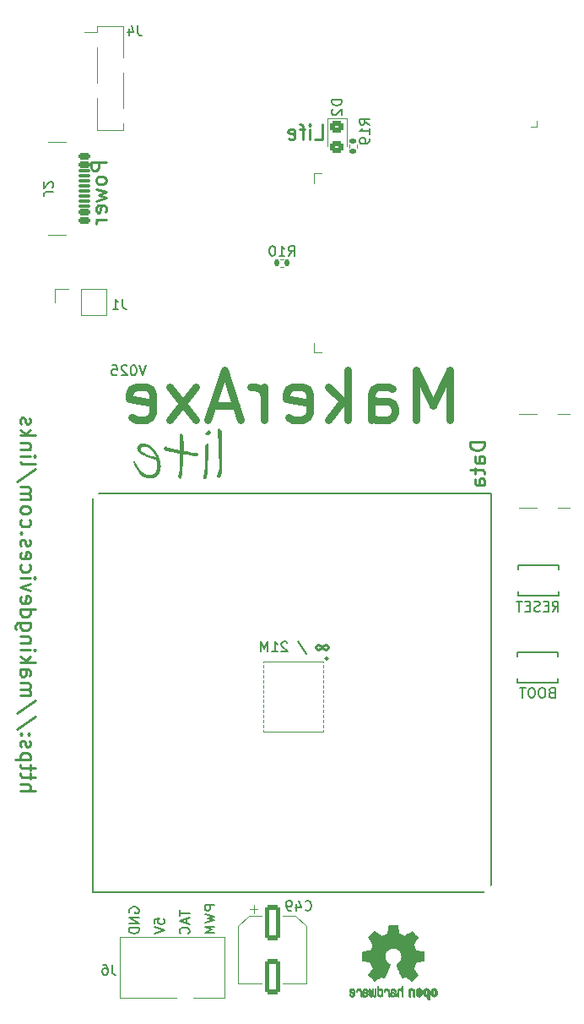
<source format=gbr>
%TF.GenerationSoftware,KiCad,Pcbnew,8.0.5*%
%TF.CreationDate,2024-12-18T19:41:23+01:00*%
%TF.ProjectId,makeraxe-lite,6d616b65-7261-4786-952d-6c6974652e6b,rev?*%
%TF.SameCoordinates,Original*%
%TF.FileFunction,Legend,Bot*%
%TF.FilePolarity,Positive*%
%FSLAX46Y46*%
G04 Gerber Fmt 4.6, Leading zero omitted, Abs format (unit mm)*
G04 Created by KiCad (PCBNEW 8.0.5) date 2024-12-18 19:41:23*
%MOMM*%
%LPD*%
G01*
G04 APERTURE LIST*
G04 Aperture macros list*
%AMRoundRect*
0 Rectangle with rounded corners*
0 $1 Rounding radius*
0 $2 $3 $4 $5 $6 $7 $8 $9 X,Y pos of 4 corners*
0 Add a 4 corners polygon primitive as box body*
4,1,4,$2,$3,$4,$5,$6,$7,$8,$9,$2,$3,0*
0 Add four circle primitives for the rounded corners*
1,1,$1+$1,$2,$3*
1,1,$1+$1,$4,$5*
1,1,$1+$1,$6,$7*
1,1,$1+$1,$8,$9*
0 Add four rect primitives between the rounded corners*
20,1,$1+$1,$2,$3,$4,$5,0*
20,1,$1+$1,$4,$5,$6,$7,0*
20,1,$1+$1,$6,$7,$8,$9,0*
20,1,$1+$1,$8,$9,$2,$3,0*%
G04 Aperture macros list end*
%ADD10C,0.150000*%
%ADD11C,0.800000*%
%ADD12C,0.250000*%
%ADD13C,0.010000*%
%ADD14C,0.120000*%
%ADD15C,0.050000*%
%ADD16C,0.227485*%
%ADD17C,0.152400*%
%ADD18C,3.000000*%
%ADD19C,0.800000*%
%ADD20C,6.000000*%
%ADD21C,0.400000*%
%ADD22C,1.295400*%
%ADD23C,1.574800*%
%ADD24R,1.900000X1.000000*%
%ADD25RoundRect,0.135000X-0.185000X0.135000X-0.185000X-0.135000X0.185000X-0.135000X0.185000X0.135000X0*%
%ADD26C,0.650000*%
%ADD27RoundRect,0.150000X0.425000X-0.150000X0.425000X0.150000X-0.425000X0.150000X-0.425000X-0.150000X0*%
%ADD28RoundRect,0.075000X0.500000X-0.075000X0.500000X0.075000X-0.500000X0.075000X-0.500000X-0.075000X0*%
%ADD29O,1.800000X1.000000*%
%ADD30O,2.100000X1.000000*%
%ADD31C,2.000000*%
%ADD32R,1.700000X1.700000*%
%ADD33O,1.700000X1.700000*%
%ADD34R,1.150000X0.600000*%
%ADD35R,1.150000X0.300000*%
%ADD36R,0.900000X1.500000*%
%ADD37R,1.500000X0.900000*%
%ADD38R,0.900000X0.900000*%
%ADD39C,0.990600*%
%ADD40C,0.787400*%
%ADD41RoundRect,0.135000X0.135000X0.185000X-0.135000X0.185000X-0.135000X-0.185000X0.135000X-0.185000X0*%
%ADD42RoundRect,0.250000X-0.450000X0.325000X-0.450000X-0.325000X0.450000X-0.325000X0.450000X0.325000X0*%
%ADD43R,0.792000X0.221000*%
%ADD44R,4.277000X1.810000*%
%ADD45R,4.277000X4.530000*%
%ADD46RoundRect,0.250000X-0.550000X1.500000X-0.550000X-1.500000X0.550000X-1.500000X0.550000X1.500000X0*%
%ADD47R,0.900000X1.800000*%
G04 APERTURE END LIST*
D10*
X85450000Y-95700000D02*
X125430000Y-95700000D01*
X125430000Y-135690000D01*
X85450000Y-135690000D01*
X85450000Y-95700000D01*
D11*
G36*
X97944870Y-93996127D02*
G01*
X98032798Y-94108478D01*
X98228192Y-94150000D01*
X98382065Y-93950942D01*
X98435188Y-93699066D01*
X98451789Y-93442439D01*
X98452896Y-93343998D01*
X98452896Y-93088300D01*
X98452896Y-92816562D01*
X98452896Y-92528784D01*
X98452896Y-92224965D01*
X98452896Y-91970361D01*
X98452896Y-91705491D01*
X98452896Y-91430355D01*
X98452896Y-91158731D01*
X98452896Y-90904394D01*
X98452896Y-90610783D01*
X98452896Y-90344186D01*
X98452896Y-90059924D01*
X98452896Y-89814560D01*
X98452896Y-89741416D01*
X98423796Y-89497937D01*
X98378401Y-89362840D01*
X98191522Y-89195400D01*
X98114619Y-89186985D01*
X98041346Y-89246824D01*
X98023028Y-89473970D01*
X98026692Y-89520376D01*
X98030355Y-89657152D01*
X98052835Y-90001885D01*
X98073103Y-90345030D01*
X98091160Y-90686586D01*
X98107006Y-91026553D01*
X98120641Y-91364932D01*
X98132064Y-91701723D01*
X98141277Y-92036924D01*
X98148279Y-92370538D01*
X98153070Y-92702562D01*
X98155649Y-93032999D01*
X98156140Y-93252407D01*
X98126500Y-93499082D01*
X98051116Y-93729902D01*
X97957425Y-93958057D01*
X97944870Y-93996127D01*
G37*
G36*
X96782274Y-89747522D02*
G01*
X97010642Y-89851325D01*
X97240006Y-89760785D01*
X97247557Y-89754849D01*
X97368457Y-89594870D01*
X97296406Y-89451988D01*
X97147418Y-89382379D01*
X97096127Y-89399476D01*
X96975226Y-89492288D01*
X96851884Y-89637613D01*
X96782274Y-89747522D01*
G37*
G36*
X96586880Y-94170760D02*
G01*
X96651605Y-94279448D01*
X96793265Y-94311200D01*
X96920745Y-94085285D01*
X96936147Y-93996127D01*
X96964746Y-93748115D01*
X96988140Y-93471739D01*
X97005986Y-93218976D01*
X97024089Y-92927230D01*
X97030181Y-92821318D01*
X97042177Y-92573036D01*
X97053589Y-92327208D01*
X97065916Y-92049268D01*
X97077479Y-91774533D01*
X97080251Y-91706350D01*
X97089715Y-91449590D01*
X97098173Y-91197957D01*
X97105362Y-90943931D01*
X97107117Y-90866154D01*
X97082693Y-90750139D01*
X96988660Y-90711060D01*
X96785938Y-90845394D01*
X96750250Y-91090431D01*
X96743237Y-91334807D01*
X96743196Y-91358304D01*
X96743196Y-92187508D01*
X96741693Y-92444121D01*
X96736141Y-92718432D01*
X96726499Y-92965746D01*
X96710471Y-93215332D01*
X96700453Y-93326901D01*
X96664733Y-93588623D01*
X96636950Y-93777529D01*
X96599398Y-94023604D01*
X96586880Y-94170760D01*
G37*
G36*
X92600837Y-91211758D02*
G01*
X92700976Y-91393719D01*
X92938655Y-91472029D01*
X93057571Y-91491416D01*
X93305778Y-91535419D01*
X93547278Y-91578428D01*
X93760990Y-91617201D01*
X94203070Y-91694138D01*
X94203070Y-91950198D01*
X94203070Y-92214628D01*
X94203070Y-92462281D01*
X94203070Y-92726121D01*
X94203070Y-92987613D01*
X94203070Y-93165701D01*
X94194845Y-93423755D01*
X94163915Y-93671055D01*
X94133461Y-93792184D01*
X94060013Y-94025440D01*
X94056524Y-94038869D01*
X94137124Y-94168318D01*
X94258025Y-94228157D01*
X94330076Y-94203733D01*
X94381367Y-94124354D01*
X94444107Y-93882554D01*
X94464410Y-93760432D01*
X94492460Y-93499648D01*
X94502878Y-93253666D01*
X94503489Y-93174249D01*
X94531163Y-92923369D01*
X94544186Y-92663880D01*
X94546231Y-92500139D01*
X94546231Y-92237861D01*
X94546231Y-91981643D01*
X94546231Y-91753977D01*
X94796318Y-91798938D01*
X95050459Y-91849862D01*
X95308655Y-91906748D01*
X95360781Y-91918841D01*
X95615212Y-91971817D01*
X95806524Y-92000662D01*
X95966503Y-91949371D01*
X96039776Y-91806489D01*
X95978715Y-91679483D01*
X95772330Y-91648953D01*
X95518680Y-91619968D01*
X95470690Y-91611095D01*
X95228248Y-91561327D01*
X95216678Y-91558583D01*
X94958553Y-91508184D01*
X94709285Y-91460851D01*
X94593859Y-91440125D01*
X94593859Y-91195334D01*
X94593859Y-91055443D01*
X94593859Y-90803028D01*
X94593859Y-90565736D01*
X94589378Y-90310850D01*
X94577983Y-90143196D01*
X94523753Y-89903704D01*
X94512037Y-89873307D01*
X94305652Y-89734089D01*
X94223831Y-89754849D01*
X94203070Y-89833007D01*
X94227494Y-90076029D01*
X94245599Y-90328988D01*
X94250675Y-90593725D01*
X94250697Y-90614584D01*
X94250697Y-90870986D01*
X94250697Y-91115339D01*
X94250697Y-91194661D01*
X94250697Y-91383949D01*
X93995435Y-91337796D01*
X93745508Y-91286897D01*
X93484588Y-91231084D01*
X93234227Y-91175980D01*
X93012386Y-91126273D01*
X92918353Y-91028576D01*
X92837752Y-90945533D01*
X92681437Y-91033461D01*
X92600837Y-91211758D01*
G37*
G36*
X90713727Y-90723124D02*
G01*
X90953316Y-90786462D01*
X91188655Y-90904088D01*
X91394277Y-91054221D01*
X91444657Y-91097894D01*
X91634060Y-91288136D01*
X91804076Y-91503261D01*
X91936936Y-91711906D01*
X92054954Y-91939602D01*
X92085566Y-92007417D01*
X92177153Y-92245373D01*
X92244548Y-92484263D01*
X92291946Y-92758426D01*
X92307745Y-93033810D01*
X92300351Y-93210301D01*
X92257762Y-93461681D01*
X92164596Y-93698866D01*
X92004884Y-93905757D01*
X91966302Y-93940065D01*
X91756215Y-94078406D01*
X91517505Y-94161410D01*
X91250174Y-94189078D01*
X90986163Y-94166333D01*
X90743675Y-94098098D01*
X90522712Y-93984372D01*
X90323272Y-93825157D01*
X90188462Y-93686496D01*
X90029551Y-93494804D01*
X89879242Y-93269844D01*
X89759071Y-93035031D01*
X89736446Y-92982929D01*
X89638096Y-92738321D01*
X89572226Y-92483042D01*
X89622295Y-92378018D01*
X89687020Y-92459839D01*
X89737090Y-92568527D01*
X89858524Y-92806664D01*
X89994460Y-93032588D01*
X90144899Y-93246301D01*
X90309839Y-93447801D01*
X90470023Y-93599596D01*
X90705512Y-93739977D01*
X90942733Y-93813021D01*
X91206210Y-93837369D01*
X91316203Y-93831793D01*
X91563673Y-93765112D01*
X91767969Y-93609002D01*
X91863012Y-93465272D01*
X91941351Y-93228251D01*
X91964584Y-92965422D01*
X91960494Y-92827886D01*
X91931192Y-92568432D01*
X91879099Y-92324284D01*
X91730186Y-92297415D01*
X91465599Y-92236729D01*
X91205455Y-92160200D01*
X90949755Y-92067829D01*
X90893937Y-92045175D01*
X90659167Y-91937917D01*
X90429808Y-91808544D01*
X90215806Y-91653838D01*
X90165173Y-91609516D01*
X90003314Y-91414480D01*
X89960185Y-91264270D01*
X90275645Y-91264270D01*
X90329312Y-91385575D01*
X90519888Y-91556140D01*
X90666451Y-91653524D01*
X90890420Y-91776456D01*
X91124389Y-91882205D01*
X91324233Y-91957027D01*
X91560878Y-92024075D01*
X91809490Y-92066608D01*
X91724501Y-91847993D01*
X91594556Y-91628192D01*
X91551757Y-91567036D01*
X91381822Y-91370721D01*
X91180565Y-91201988D01*
X91133911Y-91170125D01*
X90911650Y-91062868D01*
X90665212Y-91023691D01*
X90636465Y-91024249D01*
X90392882Y-91087194D01*
X90275645Y-91264270D01*
X89960185Y-91264270D01*
X89932484Y-91167794D01*
X89953696Y-91028095D01*
X90112002Y-90829518D01*
X90298011Y-90744492D01*
X90551639Y-90711060D01*
X90713727Y-90723124D01*
G37*
D12*
X124803428Y-90521615D02*
X123303428Y-90521615D01*
X123303428Y-90521615D02*
X123303428Y-90878758D01*
X123303428Y-90878758D02*
X123374857Y-91093044D01*
X123374857Y-91093044D02*
X123517714Y-91235901D01*
X123517714Y-91235901D02*
X123660571Y-91307330D01*
X123660571Y-91307330D02*
X123946285Y-91378758D01*
X123946285Y-91378758D02*
X124160571Y-91378758D01*
X124160571Y-91378758D02*
X124446285Y-91307330D01*
X124446285Y-91307330D02*
X124589142Y-91235901D01*
X124589142Y-91235901D02*
X124732000Y-91093044D01*
X124732000Y-91093044D02*
X124803428Y-90878758D01*
X124803428Y-90878758D02*
X124803428Y-90521615D01*
X124803428Y-92664473D02*
X124017714Y-92664473D01*
X124017714Y-92664473D02*
X123874857Y-92593044D01*
X123874857Y-92593044D02*
X123803428Y-92450187D01*
X123803428Y-92450187D02*
X123803428Y-92164473D01*
X123803428Y-92164473D02*
X123874857Y-92021615D01*
X124732000Y-92664473D02*
X124803428Y-92521615D01*
X124803428Y-92521615D02*
X124803428Y-92164473D01*
X124803428Y-92164473D02*
X124732000Y-92021615D01*
X124732000Y-92021615D02*
X124589142Y-91950187D01*
X124589142Y-91950187D02*
X124446285Y-91950187D01*
X124446285Y-91950187D02*
X124303428Y-92021615D01*
X124303428Y-92021615D02*
X124232000Y-92164473D01*
X124232000Y-92164473D02*
X124232000Y-92521615D01*
X124232000Y-92521615D02*
X124160571Y-92664473D01*
X123803428Y-93164473D02*
X123803428Y-93735901D01*
X123303428Y-93378758D02*
X124589142Y-93378758D01*
X124589142Y-93378758D02*
X124732000Y-93450187D01*
X124732000Y-93450187D02*
X124803428Y-93593044D01*
X124803428Y-93593044D02*
X124803428Y-93735901D01*
X124803428Y-94878759D02*
X124017714Y-94878759D01*
X124017714Y-94878759D02*
X123874857Y-94807330D01*
X123874857Y-94807330D02*
X123803428Y-94664473D01*
X123803428Y-94664473D02*
X123803428Y-94378759D01*
X123803428Y-94378759D02*
X123874857Y-94235901D01*
X124732000Y-94878759D02*
X124803428Y-94735901D01*
X124803428Y-94735901D02*
X124803428Y-94378759D01*
X124803428Y-94378759D02*
X124732000Y-94235901D01*
X124732000Y-94235901D02*
X124589142Y-94164473D01*
X124589142Y-94164473D02*
X124446285Y-94164473D01*
X124446285Y-94164473D02*
X124303428Y-94235901D01*
X124303428Y-94235901D02*
X124232000Y-94378759D01*
X124232000Y-94378759D02*
X124232000Y-94735901D01*
X124232000Y-94735901D02*
X124160571Y-94878759D01*
X86803428Y-62521615D02*
X85303428Y-62521615D01*
X85303428Y-62521615D02*
X85303428Y-63093044D01*
X85303428Y-63093044D02*
X85374857Y-63235901D01*
X85374857Y-63235901D02*
X85446285Y-63307330D01*
X85446285Y-63307330D02*
X85589142Y-63378758D01*
X85589142Y-63378758D02*
X85803428Y-63378758D01*
X85803428Y-63378758D02*
X85946285Y-63307330D01*
X85946285Y-63307330D02*
X86017714Y-63235901D01*
X86017714Y-63235901D02*
X86089142Y-63093044D01*
X86089142Y-63093044D02*
X86089142Y-62521615D01*
X86803428Y-64235901D02*
X86732000Y-64093044D01*
X86732000Y-64093044D02*
X86660571Y-64021615D01*
X86660571Y-64021615D02*
X86517714Y-63950187D01*
X86517714Y-63950187D02*
X86089142Y-63950187D01*
X86089142Y-63950187D02*
X85946285Y-64021615D01*
X85946285Y-64021615D02*
X85874857Y-64093044D01*
X85874857Y-64093044D02*
X85803428Y-64235901D01*
X85803428Y-64235901D02*
X85803428Y-64450187D01*
X85803428Y-64450187D02*
X85874857Y-64593044D01*
X85874857Y-64593044D02*
X85946285Y-64664473D01*
X85946285Y-64664473D02*
X86089142Y-64735901D01*
X86089142Y-64735901D02*
X86517714Y-64735901D01*
X86517714Y-64735901D02*
X86660571Y-64664473D01*
X86660571Y-64664473D02*
X86732000Y-64593044D01*
X86732000Y-64593044D02*
X86803428Y-64450187D01*
X86803428Y-64450187D02*
X86803428Y-64235901D01*
X85803428Y-65235901D02*
X86803428Y-65521616D01*
X86803428Y-65521616D02*
X86089142Y-65807330D01*
X86089142Y-65807330D02*
X86803428Y-66093044D01*
X86803428Y-66093044D02*
X85803428Y-66378758D01*
X86732000Y-67521616D02*
X86803428Y-67378759D01*
X86803428Y-67378759D02*
X86803428Y-67093045D01*
X86803428Y-67093045D02*
X86732000Y-66950187D01*
X86732000Y-66950187D02*
X86589142Y-66878759D01*
X86589142Y-66878759D02*
X86017714Y-66878759D01*
X86017714Y-66878759D02*
X85874857Y-66950187D01*
X85874857Y-66950187D02*
X85803428Y-67093045D01*
X85803428Y-67093045D02*
X85803428Y-67378759D01*
X85803428Y-67378759D02*
X85874857Y-67521616D01*
X85874857Y-67521616D02*
X86017714Y-67593045D01*
X86017714Y-67593045D02*
X86160571Y-67593045D01*
X86160571Y-67593045D02*
X86303428Y-66878759D01*
X86803428Y-68235901D02*
X85803428Y-68235901D01*
X86089142Y-68235901D02*
X85946285Y-68307330D01*
X85946285Y-68307330D02*
X85874857Y-68378759D01*
X85874857Y-68378759D02*
X85803428Y-68521616D01*
X85803428Y-68521616D02*
X85803428Y-68664473D01*
D11*
X121283208Y-88346495D02*
X121283208Y-83346495D01*
X121283208Y-83346495D02*
X119616542Y-86917923D01*
X119616542Y-86917923D02*
X117949875Y-83346495D01*
X117949875Y-83346495D02*
X117949875Y-88346495D01*
X113426065Y-88346495D02*
X113426065Y-85727447D01*
X113426065Y-85727447D02*
X113664160Y-85251257D01*
X113664160Y-85251257D02*
X114140351Y-85013161D01*
X114140351Y-85013161D02*
X115092732Y-85013161D01*
X115092732Y-85013161D02*
X115568922Y-85251257D01*
X113426065Y-88108400D02*
X113902256Y-88346495D01*
X113902256Y-88346495D02*
X115092732Y-88346495D01*
X115092732Y-88346495D02*
X115568922Y-88108400D01*
X115568922Y-88108400D02*
X115807018Y-87632209D01*
X115807018Y-87632209D02*
X115807018Y-87156019D01*
X115807018Y-87156019D02*
X115568922Y-86679828D01*
X115568922Y-86679828D02*
X115092732Y-86441733D01*
X115092732Y-86441733D02*
X113902256Y-86441733D01*
X113902256Y-86441733D02*
X113426065Y-86203638D01*
X111045112Y-88346495D02*
X111045112Y-83346495D01*
X110568922Y-86441733D02*
X109140350Y-88346495D01*
X109140350Y-85013161D02*
X111045112Y-86917923D01*
X105092731Y-88108400D02*
X105568922Y-88346495D01*
X105568922Y-88346495D02*
X106521303Y-88346495D01*
X106521303Y-88346495D02*
X106997493Y-88108400D01*
X106997493Y-88108400D02*
X107235589Y-87632209D01*
X107235589Y-87632209D02*
X107235589Y-85727447D01*
X107235589Y-85727447D02*
X106997493Y-85251257D01*
X106997493Y-85251257D02*
X106521303Y-85013161D01*
X106521303Y-85013161D02*
X105568922Y-85013161D01*
X105568922Y-85013161D02*
X105092731Y-85251257D01*
X105092731Y-85251257D02*
X104854636Y-85727447D01*
X104854636Y-85727447D02*
X104854636Y-86203638D01*
X104854636Y-86203638D02*
X107235589Y-86679828D01*
X102711779Y-88346495D02*
X102711779Y-85013161D01*
X102711779Y-85965542D02*
X102473684Y-85489352D01*
X102473684Y-85489352D02*
X102235589Y-85251257D01*
X102235589Y-85251257D02*
X101759398Y-85013161D01*
X101759398Y-85013161D02*
X101283208Y-85013161D01*
X99854637Y-86917923D02*
X97473684Y-86917923D01*
X100330827Y-88346495D02*
X98664160Y-83346495D01*
X98664160Y-83346495D02*
X96997494Y-88346495D01*
X95807018Y-88346495D02*
X93187970Y-85013161D01*
X95807018Y-85013161D02*
X93187970Y-88346495D01*
X89378446Y-88108400D02*
X89854637Y-88346495D01*
X89854637Y-88346495D02*
X90807018Y-88346495D01*
X90807018Y-88346495D02*
X91283208Y-88108400D01*
X91283208Y-88108400D02*
X91521304Y-87632209D01*
X91521304Y-87632209D02*
X91521304Y-85727447D01*
X91521304Y-85727447D02*
X91283208Y-85251257D01*
X91283208Y-85251257D02*
X90807018Y-85013161D01*
X90807018Y-85013161D02*
X89854637Y-85013161D01*
X89854637Y-85013161D02*
X89378446Y-85251257D01*
X89378446Y-85251257D02*
X89140351Y-85727447D01*
X89140351Y-85727447D02*
X89140351Y-86203638D01*
X89140351Y-86203638D02*
X91521304Y-86679828D01*
D10*
X91663819Y-138827523D02*
X91663819Y-138351333D01*
X91663819Y-138351333D02*
X92140009Y-138303714D01*
X92140009Y-138303714D02*
X92092390Y-138351333D01*
X92092390Y-138351333D02*
X92044771Y-138446571D01*
X92044771Y-138446571D02*
X92044771Y-138684666D01*
X92044771Y-138684666D02*
X92092390Y-138779904D01*
X92092390Y-138779904D02*
X92140009Y-138827523D01*
X92140009Y-138827523D02*
X92235247Y-138875142D01*
X92235247Y-138875142D02*
X92473342Y-138875142D01*
X92473342Y-138875142D02*
X92568580Y-138827523D01*
X92568580Y-138827523D02*
X92616200Y-138779904D01*
X92616200Y-138779904D02*
X92663819Y-138684666D01*
X92663819Y-138684666D02*
X92663819Y-138446571D01*
X92663819Y-138446571D02*
X92616200Y-138351333D01*
X92616200Y-138351333D02*
X92568580Y-138303714D01*
X91663819Y-139160857D02*
X92663819Y-139494190D01*
X92663819Y-139494190D02*
X91663819Y-139827523D01*
X106026190Y-110517200D02*
X106883332Y-111802914D01*
X104978570Y-110660057D02*
X104930951Y-110612438D01*
X104930951Y-110612438D02*
X104835713Y-110564819D01*
X104835713Y-110564819D02*
X104597618Y-110564819D01*
X104597618Y-110564819D02*
X104502380Y-110612438D01*
X104502380Y-110612438D02*
X104454761Y-110660057D01*
X104454761Y-110660057D02*
X104407142Y-110755295D01*
X104407142Y-110755295D02*
X104407142Y-110850533D01*
X104407142Y-110850533D02*
X104454761Y-110993390D01*
X104454761Y-110993390D02*
X105026189Y-111564819D01*
X105026189Y-111564819D02*
X104407142Y-111564819D01*
X103454761Y-111564819D02*
X104026189Y-111564819D01*
X103740475Y-111564819D02*
X103740475Y-110564819D01*
X103740475Y-110564819D02*
X103835713Y-110707676D01*
X103835713Y-110707676D02*
X103930951Y-110802914D01*
X103930951Y-110802914D02*
X104026189Y-110850533D01*
X103026189Y-111564819D02*
X103026189Y-110564819D01*
X103026189Y-110564819D02*
X102692856Y-111279104D01*
X102692856Y-111279104D02*
X102359523Y-110564819D01*
X102359523Y-110564819D02*
X102359523Y-111564819D01*
D12*
X78196571Y-125478384D02*
X79696571Y-125478384D01*
X78196571Y-124835527D02*
X78982285Y-124835527D01*
X78982285Y-124835527D02*
X79125142Y-124906955D01*
X79125142Y-124906955D02*
X79196571Y-125049812D01*
X79196571Y-125049812D02*
X79196571Y-125264098D01*
X79196571Y-125264098D02*
X79125142Y-125406955D01*
X79125142Y-125406955D02*
X79053714Y-125478384D01*
X79196571Y-124335526D02*
X79196571Y-123764098D01*
X79696571Y-124121241D02*
X78410857Y-124121241D01*
X78410857Y-124121241D02*
X78268000Y-124049812D01*
X78268000Y-124049812D02*
X78196571Y-123906955D01*
X78196571Y-123906955D02*
X78196571Y-123764098D01*
X79196571Y-123478383D02*
X79196571Y-122906955D01*
X79696571Y-123264098D02*
X78410857Y-123264098D01*
X78410857Y-123264098D02*
X78268000Y-123192669D01*
X78268000Y-123192669D02*
X78196571Y-123049812D01*
X78196571Y-123049812D02*
X78196571Y-122906955D01*
X79196571Y-122406955D02*
X77696571Y-122406955D01*
X79125142Y-122406955D02*
X79196571Y-122264098D01*
X79196571Y-122264098D02*
X79196571Y-121978383D01*
X79196571Y-121978383D02*
X79125142Y-121835526D01*
X79125142Y-121835526D02*
X79053714Y-121764098D01*
X79053714Y-121764098D02*
X78910857Y-121692669D01*
X78910857Y-121692669D02*
X78482285Y-121692669D01*
X78482285Y-121692669D02*
X78339428Y-121764098D01*
X78339428Y-121764098D02*
X78268000Y-121835526D01*
X78268000Y-121835526D02*
X78196571Y-121978383D01*
X78196571Y-121978383D02*
X78196571Y-122264098D01*
X78196571Y-122264098D02*
X78268000Y-122406955D01*
X78268000Y-121121240D02*
X78196571Y-120978383D01*
X78196571Y-120978383D02*
X78196571Y-120692669D01*
X78196571Y-120692669D02*
X78268000Y-120549812D01*
X78268000Y-120549812D02*
X78410857Y-120478383D01*
X78410857Y-120478383D02*
X78482285Y-120478383D01*
X78482285Y-120478383D02*
X78625142Y-120549812D01*
X78625142Y-120549812D02*
X78696571Y-120692669D01*
X78696571Y-120692669D02*
X78696571Y-120906955D01*
X78696571Y-120906955D02*
X78768000Y-121049812D01*
X78768000Y-121049812D02*
X78910857Y-121121240D01*
X78910857Y-121121240D02*
X78982285Y-121121240D01*
X78982285Y-121121240D02*
X79125142Y-121049812D01*
X79125142Y-121049812D02*
X79196571Y-120906955D01*
X79196571Y-120906955D02*
X79196571Y-120692669D01*
X79196571Y-120692669D02*
X79125142Y-120549812D01*
X78339428Y-119835526D02*
X78268000Y-119764097D01*
X78268000Y-119764097D02*
X78196571Y-119835526D01*
X78196571Y-119835526D02*
X78268000Y-119906954D01*
X78268000Y-119906954D02*
X78339428Y-119835526D01*
X78339428Y-119835526D02*
X78196571Y-119835526D01*
X79125142Y-119835526D02*
X79053714Y-119764097D01*
X79053714Y-119764097D02*
X78982285Y-119835526D01*
X78982285Y-119835526D02*
X79053714Y-119906954D01*
X79053714Y-119906954D02*
X79125142Y-119835526D01*
X79125142Y-119835526D02*
X78982285Y-119835526D01*
X79768000Y-118049811D02*
X77839428Y-119335525D01*
X79768000Y-116478382D02*
X77839428Y-117764096D01*
X78196571Y-115978382D02*
X79196571Y-115978382D01*
X79053714Y-115978382D02*
X79125142Y-115906953D01*
X79125142Y-115906953D02*
X79196571Y-115764096D01*
X79196571Y-115764096D02*
X79196571Y-115549810D01*
X79196571Y-115549810D02*
X79125142Y-115406953D01*
X79125142Y-115406953D02*
X78982285Y-115335525D01*
X78982285Y-115335525D02*
X78196571Y-115335525D01*
X78982285Y-115335525D02*
X79125142Y-115264096D01*
X79125142Y-115264096D02*
X79196571Y-115121239D01*
X79196571Y-115121239D02*
X79196571Y-114906953D01*
X79196571Y-114906953D02*
X79125142Y-114764096D01*
X79125142Y-114764096D02*
X78982285Y-114692667D01*
X78982285Y-114692667D02*
X78196571Y-114692667D01*
X78196571Y-113335525D02*
X78982285Y-113335525D01*
X78982285Y-113335525D02*
X79125142Y-113406953D01*
X79125142Y-113406953D02*
X79196571Y-113549810D01*
X79196571Y-113549810D02*
X79196571Y-113835525D01*
X79196571Y-113835525D02*
X79125142Y-113978382D01*
X78268000Y-113335525D02*
X78196571Y-113478382D01*
X78196571Y-113478382D02*
X78196571Y-113835525D01*
X78196571Y-113835525D02*
X78268000Y-113978382D01*
X78268000Y-113978382D02*
X78410857Y-114049810D01*
X78410857Y-114049810D02*
X78553714Y-114049810D01*
X78553714Y-114049810D02*
X78696571Y-113978382D01*
X78696571Y-113978382D02*
X78768000Y-113835525D01*
X78768000Y-113835525D02*
X78768000Y-113478382D01*
X78768000Y-113478382D02*
X78839428Y-113335525D01*
X78196571Y-112621239D02*
X79696571Y-112621239D01*
X78768000Y-112478382D02*
X78196571Y-112049810D01*
X79196571Y-112049810D02*
X78625142Y-112621239D01*
X78196571Y-111406953D02*
X79196571Y-111406953D01*
X79696571Y-111406953D02*
X79625142Y-111478381D01*
X79625142Y-111478381D02*
X79553714Y-111406953D01*
X79553714Y-111406953D02*
X79625142Y-111335524D01*
X79625142Y-111335524D02*
X79696571Y-111406953D01*
X79696571Y-111406953D02*
X79553714Y-111406953D01*
X79196571Y-110692667D02*
X78196571Y-110692667D01*
X79053714Y-110692667D02*
X79125142Y-110621238D01*
X79125142Y-110621238D02*
X79196571Y-110478381D01*
X79196571Y-110478381D02*
X79196571Y-110264095D01*
X79196571Y-110264095D02*
X79125142Y-110121238D01*
X79125142Y-110121238D02*
X78982285Y-110049810D01*
X78982285Y-110049810D02*
X78196571Y-110049810D01*
X79196571Y-108692667D02*
X77982285Y-108692667D01*
X77982285Y-108692667D02*
X77839428Y-108764095D01*
X77839428Y-108764095D02*
X77768000Y-108835524D01*
X77768000Y-108835524D02*
X77696571Y-108978381D01*
X77696571Y-108978381D02*
X77696571Y-109192667D01*
X77696571Y-109192667D02*
X77768000Y-109335524D01*
X78268000Y-108692667D02*
X78196571Y-108835524D01*
X78196571Y-108835524D02*
X78196571Y-109121238D01*
X78196571Y-109121238D02*
X78268000Y-109264095D01*
X78268000Y-109264095D02*
X78339428Y-109335524D01*
X78339428Y-109335524D02*
X78482285Y-109406952D01*
X78482285Y-109406952D02*
X78910857Y-109406952D01*
X78910857Y-109406952D02*
X79053714Y-109335524D01*
X79053714Y-109335524D02*
X79125142Y-109264095D01*
X79125142Y-109264095D02*
X79196571Y-109121238D01*
X79196571Y-109121238D02*
X79196571Y-108835524D01*
X79196571Y-108835524D02*
X79125142Y-108692667D01*
X78196571Y-107335524D02*
X79696571Y-107335524D01*
X78268000Y-107335524D02*
X78196571Y-107478381D01*
X78196571Y-107478381D02*
X78196571Y-107764095D01*
X78196571Y-107764095D02*
X78268000Y-107906952D01*
X78268000Y-107906952D02*
X78339428Y-107978381D01*
X78339428Y-107978381D02*
X78482285Y-108049809D01*
X78482285Y-108049809D02*
X78910857Y-108049809D01*
X78910857Y-108049809D02*
X79053714Y-107978381D01*
X79053714Y-107978381D02*
X79125142Y-107906952D01*
X79125142Y-107906952D02*
X79196571Y-107764095D01*
X79196571Y-107764095D02*
X79196571Y-107478381D01*
X79196571Y-107478381D02*
X79125142Y-107335524D01*
X78268000Y-106049809D02*
X78196571Y-106192666D01*
X78196571Y-106192666D02*
X78196571Y-106478381D01*
X78196571Y-106478381D02*
X78268000Y-106621238D01*
X78268000Y-106621238D02*
X78410857Y-106692666D01*
X78410857Y-106692666D02*
X78982285Y-106692666D01*
X78982285Y-106692666D02*
X79125142Y-106621238D01*
X79125142Y-106621238D02*
X79196571Y-106478381D01*
X79196571Y-106478381D02*
X79196571Y-106192666D01*
X79196571Y-106192666D02*
X79125142Y-106049809D01*
X79125142Y-106049809D02*
X78982285Y-105978381D01*
X78982285Y-105978381D02*
X78839428Y-105978381D01*
X78839428Y-105978381D02*
X78696571Y-106692666D01*
X79196571Y-105478381D02*
X78196571Y-105121238D01*
X78196571Y-105121238D02*
X79196571Y-104764095D01*
X78196571Y-104192667D02*
X79196571Y-104192667D01*
X79696571Y-104192667D02*
X79625142Y-104264095D01*
X79625142Y-104264095D02*
X79553714Y-104192667D01*
X79553714Y-104192667D02*
X79625142Y-104121238D01*
X79625142Y-104121238D02*
X79696571Y-104192667D01*
X79696571Y-104192667D02*
X79553714Y-104192667D01*
X78268000Y-102835524D02*
X78196571Y-102978381D01*
X78196571Y-102978381D02*
X78196571Y-103264095D01*
X78196571Y-103264095D02*
X78268000Y-103406952D01*
X78268000Y-103406952D02*
X78339428Y-103478381D01*
X78339428Y-103478381D02*
X78482285Y-103549809D01*
X78482285Y-103549809D02*
X78910857Y-103549809D01*
X78910857Y-103549809D02*
X79053714Y-103478381D01*
X79053714Y-103478381D02*
X79125142Y-103406952D01*
X79125142Y-103406952D02*
X79196571Y-103264095D01*
X79196571Y-103264095D02*
X79196571Y-102978381D01*
X79196571Y-102978381D02*
X79125142Y-102835524D01*
X78268000Y-101621238D02*
X78196571Y-101764095D01*
X78196571Y-101764095D02*
X78196571Y-102049810D01*
X78196571Y-102049810D02*
X78268000Y-102192667D01*
X78268000Y-102192667D02*
X78410857Y-102264095D01*
X78410857Y-102264095D02*
X78982285Y-102264095D01*
X78982285Y-102264095D02*
X79125142Y-102192667D01*
X79125142Y-102192667D02*
X79196571Y-102049810D01*
X79196571Y-102049810D02*
X79196571Y-101764095D01*
X79196571Y-101764095D02*
X79125142Y-101621238D01*
X79125142Y-101621238D02*
X78982285Y-101549810D01*
X78982285Y-101549810D02*
X78839428Y-101549810D01*
X78839428Y-101549810D02*
X78696571Y-102264095D01*
X78268000Y-100978381D02*
X78196571Y-100835524D01*
X78196571Y-100835524D02*
X78196571Y-100549810D01*
X78196571Y-100549810D02*
X78268000Y-100406953D01*
X78268000Y-100406953D02*
X78410857Y-100335524D01*
X78410857Y-100335524D02*
X78482285Y-100335524D01*
X78482285Y-100335524D02*
X78625142Y-100406953D01*
X78625142Y-100406953D02*
X78696571Y-100549810D01*
X78696571Y-100549810D02*
X78696571Y-100764096D01*
X78696571Y-100764096D02*
X78768000Y-100906953D01*
X78768000Y-100906953D02*
X78910857Y-100978381D01*
X78910857Y-100978381D02*
X78982285Y-100978381D01*
X78982285Y-100978381D02*
X79125142Y-100906953D01*
X79125142Y-100906953D02*
X79196571Y-100764096D01*
X79196571Y-100764096D02*
X79196571Y-100549810D01*
X79196571Y-100549810D02*
X79125142Y-100406953D01*
X78339428Y-99692667D02*
X78268000Y-99621238D01*
X78268000Y-99621238D02*
X78196571Y-99692667D01*
X78196571Y-99692667D02*
X78268000Y-99764095D01*
X78268000Y-99764095D02*
X78339428Y-99692667D01*
X78339428Y-99692667D02*
X78196571Y-99692667D01*
X78268000Y-98335524D02*
X78196571Y-98478381D01*
X78196571Y-98478381D02*
X78196571Y-98764095D01*
X78196571Y-98764095D02*
X78268000Y-98906952D01*
X78268000Y-98906952D02*
X78339428Y-98978381D01*
X78339428Y-98978381D02*
X78482285Y-99049809D01*
X78482285Y-99049809D02*
X78910857Y-99049809D01*
X78910857Y-99049809D02*
X79053714Y-98978381D01*
X79053714Y-98978381D02*
X79125142Y-98906952D01*
X79125142Y-98906952D02*
X79196571Y-98764095D01*
X79196571Y-98764095D02*
X79196571Y-98478381D01*
X79196571Y-98478381D02*
X79125142Y-98335524D01*
X78196571Y-97478381D02*
X78268000Y-97621238D01*
X78268000Y-97621238D02*
X78339428Y-97692667D01*
X78339428Y-97692667D02*
X78482285Y-97764095D01*
X78482285Y-97764095D02*
X78910857Y-97764095D01*
X78910857Y-97764095D02*
X79053714Y-97692667D01*
X79053714Y-97692667D02*
X79125142Y-97621238D01*
X79125142Y-97621238D02*
X79196571Y-97478381D01*
X79196571Y-97478381D02*
X79196571Y-97264095D01*
X79196571Y-97264095D02*
X79125142Y-97121238D01*
X79125142Y-97121238D02*
X79053714Y-97049810D01*
X79053714Y-97049810D02*
X78910857Y-96978381D01*
X78910857Y-96978381D02*
X78482285Y-96978381D01*
X78482285Y-96978381D02*
X78339428Y-97049810D01*
X78339428Y-97049810D02*
X78268000Y-97121238D01*
X78268000Y-97121238D02*
X78196571Y-97264095D01*
X78196571Y-97264095D02*
X78196571Y-97478381D01*
X78196571Y-96335524D02*
X79196571Y-96335524D01*
X79053714Y-96335524D02*
X79125142Y-96264095D01*
X79125142Y-96264095D02*
X79196571Y-96121238D01*
X79196571Y-96121238D02*
X79196571Y-95906952D01*
X79196571Y-95906952D02*
X79125142Y-95764095D01*
X79125142Y-95764095D02*
X78982285Y-95692667D01*
X78982285Y-95692667D02*
X78196571Y-95692667D01*
X78982285Y-95692667D02*
X79125142Y-95621238D01*
X79125142Y-95621238D02*
X79196571Y-95478381D01*
X79196571Y-95478381D02*
X79196571Y-95264095D01*
X79196571Y-95264095D02*
X79125142Y-95121238D01*
X79125142Y-95121238D02*
X78982285Y-95049809D01*
X78982285Y-95049809D02*
X78196571Y-95049809D01*
X79768000Y-93264095D02*
X77839428Y-94549809D01*
X78196571Y-92549809D02*
X78268000Y-92692666D01*
X78268000Y-92692666D02*
X78410857Y-92764095D01*
X78410857Y-92764095D02*
X79696571Y-92764095D01*
X78196571Y-91978381D02*
X79196571Y-91978381D01*
X79696571Y-91978381D02*
X79625142Y-92049809D01*
X79625142Y-92049809D02*
X79553714Y-91978381D01*
X79553714Y-91978381D02*
X79625142Y-91906952D01*
X79625142Y-91906952D02*
X79696571Y-91978381D01*
X79696571Y-91978381D02*
X79553714Y-91978381D01*
X79196571Y-91264095D02*
X78196571Y-91264095D01*
X79053714Y-91264095D02*
X79125142Y-91192666D01*
X79125142Y-91192666D02*
X79196571Y-91049809D01*
X79196571Y-91049809D02*
X79196571Y-90835523D01*
X79196571Y-90835523D02*
X79125142Y-90692666D01*
X79125142Y-90692666D02*
X78982285Y-90621238D01*
X78982285Y-90621238D02*
X78196571Y-90621238D01*
X78196571Y-89906952D02*
X79696571Y-89906952D01*
X78768000Y-89764095D02*
X78196571Y-89335523D01*
X79196571Y-89335523D02*
X78625142Y-89906952D01*
X78268000Y-88764094D02*
X78196571Y-88621237D01*
X78196571Y-88621237D02*
X78196571Y-88335523D01*
X78196571Y-88335523D02*
X78268000Y-88192666D01*
X78268000Y-88192666D02*
X78410857Y-88121237D01*
X78410857Y-88121237D02*
X78482285Y-88121237D01*
X78482285Y-88121237D02*
X78625142Y-88192666D01*
X78625142Y-88192666D02*
X78696571Y-88335523D01*
X78696571Y-88335523D02*
X78696571Y-88549809D01*
X78696571Y-88549809D02*
X78768000Y-88692666D01*
X78768000Y-88692666D02*
X78910857Y-88764094D01*
X78910857Y-88764094D02*
X78982285Y-88764094D01*
X78982285Y-88764094D02*
X79125142Y-88692666D01*
X79125142Y-88692666D02*
X79196571Y-88549809D01*
X79196571Y-88549809D02*
X79196571Y-88335523D01*
X79196571Y-88335523D02*
X79125142Y-88192666D01*
X108279523Y-110919857D02*
X108089047Y-110824619D01*
X108089047Y-110824619D02*
X107898571Y-110919857D01*
X107898571Y-110919857D02*
X107803333Y-111110333D01*
X107803333Y-111110333D02*
X107898571Y-111300809D01*
X107898571Y-111300809D02*
X108089047Y-111396047D01*
X108089047Y-111396047D02*
X108279523Y-111300809D01*
X108279523Y-111300809D02*
X108660475Y-110919857D01*
X108660475Y-110919857D02*
X108850952Y-110824619D01*
X108850952Y-110824619D02*
X109041428Y-110919857D01*
X109041428Y-110919857D02*
X109136666Y-111110333D01*
X109136666Y-111110333D02*
X109041428Y-111300809D01*
X109041428Y-111300809D02*
X108850952Y-111396047D01*
X108850952Y-111396047D02*
X108660475Y-111300809D01*
X108660475Y-111300809D02*
X108279523Y-110919857D01*
D10*
X97719819Y-136958238D02*
X96719819Y-136958238D01*
X96719819Y-136958238D02*
X96719819Y-137339190D01*
X96719819Y-137339190D02*
X96767438Y-137434428D01*
X96767438Y-137434428D02*
X96815057Y-137482047D01*
X96815057Y-137482047D02*
X96910295Y-137529666D01*
X96910295Y-137529666D02*
X97053152Y-137529666D01*
X97053152Y-137529666D02*
X97148390Y-137482047D01*
X97148390Y-137482047D02*
X97196009Y-137434428D01*
X97196009Y-137434428D02*
X97243628Y-137339190D01*
X97243628Y-137339190D02*
X97243628Y-136958238D01*
X96719819Y-137863000D02*
X97719819Y-138101095D01*
X97719819Y-138101095D02*
X97005533Y-138291571D01*
X97005533Y-138291571D02*
X97719819Y-138482047D01*
X97719819Y-138482047D02*
X96719819Y-138720143D01*
X97719819Y-139101095D02*
X96719819Y-139101095D01*
X96719819Y-139101095D02*
X97434104Y-139434428D01*
X97434104Y-139434428D02*
X96719819Y-139767761D01*
X96719819Y-139767761D02*
X97719819Y-139767761D01*
X90806077Y-82869819D02*
X90472744Y-83869819D01*
X90472744Y-83869819D02*
X90139411Y-82869819D01*
X89615601Y-82869819D02*
X89520363Y-82869819D01*
X89520363Y-82869819D02*
X89425125Y-82917438D01*
X89425125Y-82917438D02*
X89377506Y-82965057D01*
X89377506Y-82965057D02*
X89329887Y-83060295D01*
X89329887Y-83060295D02*
X89282268Y-83250771D01*
X89282268Y-83250771D02*
X89282268Y-83488866D01*
X89282268Y-83488866D02*
X89329887Y-83679342D01*
X89329887Y-83679342D02*
X89377506Y-83774580D01*
X89377506Y-83774580D02*
X89425125Y-83822200D01*
X89425125Y-83822200D02*
X89520363Y-83869819D01*
X89520363Y-83869819D02*
X89615601Y-83869819D01*
X89615601Y-83869819D02*
X89710839Y-83822200D01*
X89710839Y-83822200D02*
X89758458Y-83774580D01*
X89758458Y-83774580D02*
X89806077Y-83679342D01*
X89806077Y-83679342D02*
X89853696Y-83488866D01*
X89853696Y-83488866D02*
X89853696Y-83250771D01*
X89853696Y-83250771D02*
X89806077Y-83060295D01*
X89806077Y-83060295D02*
X89758458Y-82965057D01*
X89758458Y-82965057D02*
X89710839Y-82917438D01*
X89710839Y-82917438D02*
X89615601Y-82869819D01*
X88901315Y-82965057D02*
X88853696Y-82917438D01*
X88853696Y-82917438D02*
X88758458Y-82869819D01*
X88758458Y-82869819D02*
X88520363Y-82869819D01*
X88520363Y-82869819D02*
X88425125Y-82917438D01*
X88425125Y-82917438D02*
X88377506Y-82965057D01*
X88377506Y-82965057D02*
X88329887Y-83060295D01*
X88329887Y-83060295D02*
X88329887Y-83155533D01*
X88329887Y-83155533D02*
X88377506Y-83298390D01*
X88377506Y-83298390D02*
X88948934Y-83869819D01*
X88948934Y-83869819D02*
X88329887Y-83869819D01*
X87425125Y-82869819D02*
X87901315Y-82869819D01*
X87901315Y-82869819D02*
X87948934Y-83346009D01*
X87948934Y-83346009D02*
X87901315Y-83298390D01*
X87901315Y-83298390D02*
X87806077Y-83250771D01*
X87806077Y-83250771D02*
X87567982Y-83250771D01*
X87567982Y-83250771D02*
X87472744Y-83298390D01*
X87472744Y-83298390D02*
X87425125Y-83346009D01*
X87425125Y-83346009D02*
X87377506Y-83441247D01*
X87377506Y-83441247D02*
X87377506Y-83679342D01*
X87377506Y-83679342D02*
X87425125Y-83774580D01*
X87425125Y-83774580D02*
X87472744Y-83822200D01*
X87472744Y-83822200D02*
X87567982Y-83869819D01*
X87567982Y-83869819D02*
X87806077Y-83869819D01*
X87806077Y-83869819D02*
X87901315Y-83822200D01*
X87901315Y-83822200D02*
X87948934Y-83774580D01*
X94187319Y-137482047D02*
X94187319Y-138053475D01*
X95187319Y-137767761D02*
X94187319Y-137767761D01*
X94901604Y-138339190D02*
X94901604Y-138815380D01*
X95187319Y-138243952D02*
X94187319Y-138577285D01*
X94187319Y-138577285D02*
X95187319Y-138910618D01*
X95092080Y-139815380D02*
X95139700Y-139767761D01*
X95139700Y-139767761D02*
X95187319Y-139624904D01*
X95187319Y-139624904D02*
X95187319Y-139529666D01*
X95187319Y-139529666D02*
X95139700Y-139386809D01*
X95139700Y-139386809D02*
X95044461Y-139291571D01*
X95044461Y-139291571D02*
X94949223Y-139243952D01*
X94949223Y-139243952D02*
X94758747Y-139196333D01*
X94758747Y-139196333D02*
X94615890Y-139196333D01*
X94615890Y-139196333D02*
X94425414Y-139243952D01*
X94425414Y-139243952D02*
X94330176Y-139291571D01*
X94330176Y-139291571D02*
X94234938Y-139386809D01*
X94234938Y-139386809D02*
X94187319Y-139529666D01*
X94187319Y-139529666D02*
X94187319Y-139624904D01*
X94187319Y-139624904D02*
X94234938Y-139767761D01*
X94234938Y-139767761D02*
X94282557Y-139815380D01*
D12*
X107764098Y-60203428D02*
X108478384Y-60203428D01*
X108478384Y-60203428D02*
X108478384Y-58703428D01*
X107264098Y-60203428D02*
X107264098Y-59203428D01*
X107264098Y-58703428D02*
X107335526Y-58774857D01*
X107335526Y-58774857D02*
X107264098Y-58846285D01*
X107264098Y-58846285D02*
X107192669Y-58774857D01*
X107192669Y-58774857D02*
X107264098Y-58703428D01*
X107264098Y-58703428D02*
X107264098Y-58846285D01*
X106764097Y-59203428D02*
X106192669Y-59203428D01*
X106549812Y-60203428D02*
X106549812Y-58917714D01*
X106549812Y-58917714D02*
X106478383Y-58774857D01*
X106478383Y-58774857D02*
X106335526Y-58703428D01*
X106335526Y-58703428D02*
X106192669Y-58703428D01*
X105121240Y-60132000D02*
X105264097Y-60203428D01*
X105264097Y-60203428D02*
X105549812Y-60203428D01*
X105549812Y-60203428D02*
X105692669Y-60132000D01*
X105692669Y-60132000D02*
X105764097Y-59989142D01*
X105764097Y-59989142D02*
X105764097Y-59417714D01*
X105764097Y-59417714D02*
X105692669Y-59274857D01*
X105692669Y-59274857D02*
X105549812Y-59203428D01*
X105549812Y-59203428D02*
X105264097Y-59203428D01*
X105264097Y-59203428D02*
X105121240Y-59274857D01*
X105121240Y-59274857D02*
X105049812Y-59417714D01*
X105049812Y-59417714D02*
X105049812Y-59560571D01*
X105049812Y-59560571D02*
X105764097Y-59703428D01*
D10*
X89169938Y-137720143D02*
X89122319Y-137624905D01*
X89122319Y-137624905D02*
X89122319Y-137482048D01*
X89122319Y-137482048D02*
X89169938Y-137339191D01*
X89169938Y-137339191D02*
X89265176Y-137243953D01*
X89265176Y-137243953D02*
X89360414Y-137196334D01*
X89360414Y-137196334D02*
X89550890Y-137148715D01*
X89550890Y-137148715D02*
X89693747Y-137148715D01*
X89693747Y-137148715D02*
X89884223Y-137196334D01*
X89884223Y-137196334D02*
X89979461Y-137243953D01*
X89979461Y-137243953D02*
X90074700Y-137339191D01*
X90074700Y-137339191D02*
X90122319Y-137482048D01*
X90122319Y-137482048D02*
X90122319Y-137577286D01*
X90122319Y-137577286D02*
X90074700Y-137720143D01*
X90074700Y-137720143D02*
X90027080Y-137767762D01*
X90027080Y-137767762D02*
X89693747Y-137767762D01*
X89693747Y-137767762D02*
X89693747Y-137577286D01*
X90122319Y-138196334D02*
X89122319Y-138196334D01*
X89122319Y-138196334D02*
X90122319Y-138767762D01*
X90122319Y-138767762D02*
X89122319Y-138767762D01*
X90122319Y-139243953D02*
X89122319Y-139243953D01*
X89122319Y-139243953D02*
X89122319Y-139482048D01*
X89122319Y-139482048D02*
X89169938Y-139624905D01*
X89169938Y-139624905D02*
X89265176Y-139720143D01*
X89265176Y-139720143D02*
X89360414Y-139767762D01*
X89360414Y-139767762D02*
X89550890Y-139815381D01*
X89550890Y-139815381D02*
X89693747Y-139815381D01*
X89693747Y-139815381D02*
X89884223Y-139767762D01*
X89884223Y-139767762D02*
X89979461Y-139720143D01*
X89979461Y-139720143D02*
X90074700Y-139624905D01*
X90074700Y-139624905D02*
X90122319Y-139482048D01*
X90122319Y-139482048D02*
X90122319Y-139243953D01*
X87423333Y-142934819D02*
X87423333Y-143649104D01*
X87423333Y-143649104D02*
X87470952Y-143791961D01*
X87470952Y-143791961D02*
X87566190Y-143887200D01*
X87566190Y-143887200D02*
X87709047Y-143934819D01*
X87709047Y-143934819D02*
X87804285Y-143934819D01*
X86518571Y-142934819D02*
X86709047Y-142934819D01*
X86709047Y-142934819D02*
X86804285Y-142982438D01*
X86804285Y-142982438D02*
X86851904Y-143030057D01*
X86851904Y-143030057D02*
X86947142Y-143172914D01*
X86947142Y-143172914D02*
X86994761Y-143363390D01*
X86994761Y-143363390D02*
X86994761Y-143744342D01*
X86994761Y-143744342D02*
X86947142Y-143839580D01*
X86947142Y-143839580D02*
X86899523Y-143887200D01*
X86899523Y-143887200D02*
X86804285Y-143934819D01*
X86804285Y-143934819D02*
X86613809Y-143934819D01*
X86613809Y-143934819D02*
X86518571Y-143887200D01*
X86518571Y-143887200D02*
X86470952Y-143839580D01*
X86470952Y-143839580D02*
X86423333Y-143744342D01*
X86423333Y-143744342D02*
X86423333Y-143506247D01*
X86423333Y-143506247D02*
X86470952Y-143411009D01*
X86470952Y-143411009D02*
X86518571Y-143363390D01*
X86518571Y-143363390D02*
X86613809Y-143315771D01*
X86613809Y-143315771D02*
X86804285Y-143315771D01*
X86804285Y-143315771D02*
X86899523Y-143363390D01*
X86899523Y-143363390D02*
X86947142Y-143411009D01*
X86947142Y-143411009D02*
X86994761Y-143506247D01*
X90013333Y-48834819D02*
X90013333Y-49549104D01*
X90013333Y-49549104D02*
X90060952Y-49691961D01*
X90060952Y-49691961D02*
X90156190Y-49787200D01*
X90156190Y-49787200D02*
X90299047Y-49834819D01*
X90299047Y-49834819D02*
X90394285Y-49834819D01*
X89108571Y-49168152D02*
X89108571Y-49834819D01*
X89346666Y-48787200D02*
X89584761Y-49501485D01*
X89584761Y-49501485D02*
X88965714Y-49501485D01*
X113254819Y-58757142D02*
X112778628Y-58423809D01*
X113254819Y-58185714D02*
X112254819Y-58185714D01*
X112254819Y-58185714D02*
X112254819Y-58566666D01*
X112254819Y-58566666D02*
X112302438Y-58661904D01*
X112302438Y-58661904D02*
X112350057Y-58709523D01*
X112350057Y-58709523D02*
X112445295Y-58757142D01*
X112445295Y-58757142D02*
X112588152Y-58757142D01*
X112588152Y-58757142D02*
X112683390Y-58709523D01*
X112683390Y-58709523D02*
X112731009Y-58661904D01*
X112731009Y-58661904D02*
X112778628Y-58566666D01*
X112778628Y-58566666D02*
X112778628Y-58185714D01*
X113254819Y-59709523D02*
X113254819Y-59138095D01*
X113254819Y-59423809D02*
X112254819Y-59423809D01*
X112254819Y-59423809D02*
X112397676Y-59328571D01*
X112397676Y-59328571D02*
X112492914Y-59233333D01*
X112492914Y-59233333D02*
X112540533Y-59138095D01*
X113254819Y-60185714D02*
X113254819Y-60376190D01*
X113254819Y-60376190D02*
X113207200Y-60471428D01*
X113207200Y-60471428D02*
X113159580Y-60519047D01*
X113159580Y-60519047D02*
X113016723Y-60614285D01*
X113016723Y-60614285D02*
X112826247Y-60661904D01*
X112826247Y-60661904D02*
X112445295Y-60661904D01*
X112445295Y-60661904D02*
X112350057Y-60614285D01*
X112350057Y-60614285D02*
X112302438Y-60566666D01*
X112302438Y-60566666D02*
X112254819Y-60471428D01*
X112254819Y-60471428D02*
X112254819Y-60280952D01*
X112254819Y-60280952D02*
X112302438Y-60185714D01*
X112302438Y-60185714D02*
X112350057Y-60138095D01*
X112350057Y-60138095D02*
X112445295Y-60090476D01*
X112445295Y-60090476D02*
X112683390Y-60090476D01*
X112683390Y-60090476D02*
X112778628Y-60138095D01*
X112778628Y-60138095D02*
X112826247Y-60185714D01*
X112826247Y-60185714D02*
X112873866Y-60280952D01*
X112873866Y-60280952D02*
X112873866Y-60471428D01*
X112873866Y-60471428D02*
X112826247Y-60566666D01*
X112826247Y-60566666D02*
X112778628Y-60614285D01*
X112778628Y-60614285D02*
X112683390Y-60661904D01*
X81545180Y-65483333D02*
X80830895Y-65483333D01*
X80830895Y-65483333D02*
X80688038Y-65530952D01*
X80688038Y-65530952D02*
X80592800Y-65626190D01*
X80592800Y-65626190D02*
X80545180Y-65769047D01*
X80545180Y-65769047D02*
X80545180Y-65864285D01*
X81449942Y-65054761D02*
X81497561Y-65007142D01*
X81497561Y-65007142D02*
X81545180Y-64911904D01*
X81545180Y-64911904D02*
X81545180Y-64673809D01*
X81545180Y-64673809D02*
X81497561Y-64578571D01*
X81497561Y-64578571D02*
X81449942Y-64530952D01*
X81449942Y-64530952D02*
X81354704Y-64483333D01*
X81354704Y-64483333D02*
X81259466Y-64483333D01*
X81259466Y-64483333D02*
X81116609Y-64530952D01*
X81116609Y-64530952D02*
X80545180Y-65102380D01*
X80545180Y-65102380D02*
X80545180Y-64483333D01*
X88483333Y-76224819D02*
X88483333Y-76939104D01*
X88483333Y-76939104D02*
X88530952Y-77081961D01*
X88530952Y-77081961D02*
X88626190Y-77177200D01*
X88626190Y-77177200D02*
X88769047Y-77224819D01*
X88769047Y-77224819D02*
X88864285Y-77224819D01*
X87483333Y-77224819D02*
X88054761Y-77224819D01*
X87769047Y-77224819D02*
X87769047Y-76224819D01*
X87769047Y-76224819D02*
X87864285Y-76367676D01*
X87864285Y-76367676D02*
X87959523Y-76462914D01*
X87959523Y-76462914D02*
X88054761Y-76510533D01*
X105122857Y-71914819D02*
X105456190Y-71438628D01*
X105694285Y-71914819D02*
X105694285Y-70914819D01*
X105694285Y-70914819D02*
X105313333Y-70914819D01*
X105313333Y-70914819D02*
X105218095Y-70962438D01*
X105218095Y-70962438D02*
X105170476Y-71010057D01*
X105170476Y-71010057D02*
X105122857Y-71105295D01*
X105122857Y-71105295D02*
X105122857Y-71248152D01*
X105122857Y-71248152D02*
X105170476Y-71343390D01*
X105170476Y-71343390D02*
X105218095Y-71391009D01*
X105218095Y-71391009D02*
X105313333Y-71438628D01*
X105313333Y-71438628D02*
X105694285Y-71438628D01*
X104170476Y-71914819D02*
X104741904Y-71914819D01*
X104456190Y-71914819D02*
X104456190Y-70914819D01*
X104456190Y-70914819D02*
X104551428Y-71057676D01*
X104551428Y-71057676D02*
X104646666Y-71152914D01*
X104646666Y-71152914D02*
X104741904Y-71200533D01*
X103551428Y-70914819D02*
X103456190Y-70914819D01*
X103456190Y-70914819D02*
X103360952Y-70962438D01*
X103360952Y-70962438D02*
X103313333Y-71010057D01*
X103313333Y-71010057D02*
X103265714Y-71105295D01*
X103265714Y-71105295D02*
X103218095Y-71295771D01*
X103218095Y-71295771D02*
X103218095Y-71533866D01*
X103218095Y-71533866D02*
X103265714Y-71724342D01*
X103265714Y-71724342D02*
X103313333Y-71819580D01*
X103313333Y-71819580D02*
X103360952Y-71867200D01*
X103360952Y-71867200D02*
X103456190Y-71914819D01*
X103456190Y-71914819D02*
X103551428Y-71914819D01*
X103551428Y-71914819D02*
X103646666Y-71867200D01*
X103646666Y-71867200D02*
X103694285Y-71819580D01*
X103694285Y-71819580D02*
X103741904Y-71724342D01*
X103741904Y-71724342D02*
X103789523Y-71533866D01*
X103789523Y-71533866D02*
X103789523Y-71295771D01*
X103789523Y-71295771D02*
X103741904Y-71105295D01*
X103741904Y-71105295D02*
X103694285Y-71010057D01*
X103694285Y-71010057D02*
X103646666Y-70962438D01*
X103646666Y-70962438D02*
X103551428Y-70914819D01*
X110454819Y-56261905D02*
X109454819Y-56261905D01*
X109454819Y-56261905D02*
X109454819Y-56500000D01*
X109454819Y-56500000D02*
X109502438Y-56642857D01*
X109502438Y-56642857D02*
X109597676Y-56738095D01*
X109597676Y-56738095D02*
X109692914Y-56785714D01*
X109692914Y-56785714D02*
X109883390Y-56833333D01*
X109883390Y-56833333D02*
X110026247Y-56833333D01*
X110026247Y-56833333D02*
X110216723Y-56785714D01*
X110216723Y-56785714D02*
X110311961Y-56738095D01*
X110311961Y-56738095D02*
X110407200Y-56642857D01*
X110407200Y-56642857D02*
X110454819Y-56500000D01*
X110454819Y-56500000D02*
X110454819Y-56261905D01*
X109550057Y-57214286D02*
X109502438Y-57261905D01*
X109502438Y-57261905D02*
X109454819Y-57357143D01*
X109454819Y-57357143D02*
X109454819Y-57595238D01*
X109454819Y-57595238D02*
X109502438Y-57690476D01*
X109502438Y-57690476D02*
X109550057Y-57738095D01*
X109550057Y-57738095D02*
X109645295Y-57785714D01*
X109645295Y-57785714D02*
X109740533Y-57785714D01*
X109740533Y-57785714D02*
X109883390Y-57738095D01*
X109883390Y-57738095D02*
X110454819Y-57166667D01*
X110454819Y-57166667D02*
X110454819Y-57785714D01*
X106790857Y-137434580D02*
X106838476Y-137482200D01*
X106838476Y-137482200D02*
X106981333Y-137529819D01*
X106981333Y-137529819D02*
X107076571Y-137529819D01*
X107076571Y-137529819D02*
X107219428Y-137482200D01*
X107219428Y-137482200D02*
X107314666Y-137386961D01*
X107314666Y-137386961D02*
X107362285Y-137291723D01*
X107362285Y-137291723D02*
X107409904Y-137101247D01*
X107409904Y-137101247D02*
X107409904Y-136958390D01*
X107409904Y-136958390D02*
X107362285Y-136767914D01*
X107362285Y-136767914D02*
X107314666Y-136672676D01*
X107314666Y-136672676D02*
X107219428Y-136577438D01*
X107219428Y-136577438D02*
X107076571Y-136529819D01*
X107076571Y-136529819D02*
X106981333Y-136529819D01*
X106981333Y-136529819D02*
X106838476Y-136577438D01*
X106838476Y-136577438D02*
X106790857Y-136625057D01*
X105933714Y-136863152D02*
X105933714Y-137529819D01*
X106171809Y-136482200D02*
X106409904Y-137196485D01*
X106409904Y-137196485D02*
X105790857Y-137196485D01*
X105362285Y-137529819D02*
X105171809Y-137529819D01*
X105171809Y-137529819D02*
X105076571Y-137482200D01*
X105076571Y-137482200D02*
X105028952Y-137434580D01*
X105028952Y-137434580D02*
X104933714Y-137291723D01*
X104933714Y-137291723D02*
X104886095Y-137101247D01*
X104886095Y-137101247D02*
X104886095Y-136720295D01*
X104886095Y-136720295D02*
X104933714Y-136625057D01*
X104933714Y-136625057D02*
X104981333Y-136577438D01*
X104981333Y-136577438D02*
X105076571Y-136529819D01*
X105076571Y-136529819D02*
X105267047Y-136529819D01*
X105267047Y-136529819D02*
X105362285Y-136577438D01*
X105362285Y-136577438D02*
X105409904Y-136625057D01*
X105409904Y-136625057D02*
X105457523Y-136720295D01*
X105457523Y-136720295D02*
X105457523Y-136958390D01*
X105457523Y-136958390D02*
X105409904Y-137053628D01*
X105409904Y-137053628D02*
X105362285Y-137101247D01*
X105362285Y-137101247D02*
X105267047Y-137148866D01*
X105267047Y-137148866D02*
X105076571Y-137148866D01*
X105076571Y-137148866D02*
X104981333Y-137101247D01*
X104981333Y-137101247D02*
X104933714Y-137053628D01*
X104933714Y-137053628D02*
X104886095Y-136958390D01*
X131608381Y-107530819D02*
X131941714Y-107054628D01*
X132179809Y-107530819D02*
X132179809Y-106530819D01*
X132179809Y-106530819D02*
X131798857Y-106530819D01*
X131798857Y-106530819D02*
X131703619Y-106578438D01*
X131703619Y-106578438D02*
X131656000Y-106626057D01*
X131656000Y-106626057D02*
X131608381Y-106721295D01*
X131608381Y-106721295D02*
X131608381Y-106864152D01*
X131608381Y-106864152D02*
X131656000Y-106959390D01*
X131656000Y-106959390D02*
X131703619Y-107007009D01*
X131703619Y-107007009D02*
X131798857Y-107054628D01*
X131798857Y-107054628D02*
X132179809Y-107054628D01*
X131179809Y-107007009D02*
X130846476Y-107007009D01*
X130703619Y-107530819D02*
X131179809Y-107530819D01*
X131179809Y-107530819D02*
X131179809Y-106530819D01*
X131179809Y-106530819D02*
X130703619Y-106530819D01*
X130322666Y-107483200D02*
X130179809Y-107530819D01*
X130179809Y-107530819D02*
X129941714Y-107530819D01*
X129941714Y-107530819D02*
X129846476Y-107483200D01*
X129846476Y-107483200D02*
X129798857Y-107435580D01*
X129798857Y-107435580D02*
X129751238Y-107340342D01*
X129751238Y-107340342D02*
X129751238Y-107245104D01*
X129751238Y-107245104D02*
X129798857Y-107149866D01*
X129798857Y-107149866D02*
X129846476Y-107102247D01*
X129846476Y-107102247D02*
X129941714Y-107054628D01*
X129941714Y-107054628D02*
X130132190Y-107007009D01*
X130132190Y-107007009D02*
X130227428Y-106959390D01*
X130227428Y-106959390D02*
X130275047Y-106911771D01*
X130275047Y-106911771D02*
X130322666Y-106816533D01*
X130322666Y-106816533D02*
X130322666Y-106721295D01*
X130322666Y-106721295D02*
X130275047Y-106626057D01*
X130275047Y-106626057D02*
X130227428Y-106578438D01*
X130227428Y-106578438D02*
X130132190Y-106530819D01*
X130132190Y-106530819D02*
X129894095Y-106530819D01*
X129894095Y-106530819D02*
X129751238Y-106578438D01*
X129322666Y-107007009D02*
X128989333Y-107007009D01*
X128846476Y-107530819D02*
X129322666Y-107530819D01*
X129322666Y-107530819D02*
X129322666Y-106530819D01*
X129322666Y-106530819D02*
X128846476Y-106530819D01*
X128560761Y-106530819D02*
X127989333Y-106530819D01*
X128275047Y-107530819D02*
X128275047Y-106530819D01*
X131514142Y-115659009D02*
X131371285Y-115706628D01*
X131371285Y-115706628D02*
X131323666Y-115754247D01*
X131323666Y-115754247D02*
X131276047Y-115849485D01*
X131276047Y-115849485D02*
X131276047Y-115992342D01*
X131276047Y-115992342D02*
X131323666Y-116087580D01*
X131323666Y-116087580D02*
X131371285Y-116135200D01*
X131371285Y-116135200D02*
X131466523Y-116182819D01*
X131466523Y-116182819D02*
X131847475Y-116182819D01*
X131847475Y-116182819D02*
X131847475Y-115182819D01*
X131847475Y-115182819D02*
X131514142Y-115182819D01*
X131514142Y-115182819D02*
X131418904Y-115230438D01*
X131418904Y-115230438D02*
X131371285Y-115278057D01*
X131371285Y-115278057D02*
X131323666Y-115373295D01*
X131323666Y-115373295D02*
X131323666Y-115468533D01*
X131323666Y-115468533D02*
X131371285Y-115563771D01*
X131371285Y-115563771D02*
X131418904Y-115611390D01*
X131418904Y-115611390D02*
X131514142Y-115659009D01*
X131514142Y-115659009D02*
X131847475Y-115659009D01*
X130656999Y-115182819D02*
X130466523Y-115182819D01*
X130466523Y-115182819D02*
X130371285Y-115230438D01*
X130371285Y-115230438D02*
X130276047Y-115325676D01*
X130276047Y-115325676D02*
X130228428Y-115516152D01*
X130228428Y-115516152D02*
X130228428Y-115849485D01*
X130228428Y-115849485D02*
X130276047Y-116039961D01*
X130276047Y-116039961D02*
X130371285Y-116135200D01*
X130371285Y-116135200D02*
X130466523Y-116182819D01*
X130466523Y-116182819D02*
X130656999Y-116182819D01*
X130656999Y-116182819D02*
X130752237Y-116135200D01*
X130752237Y-116135200D02*
X130847475Y-116039961D01*
X130847475Y-116039961D02*
X130895094Y-115849485D01*
X130895094Y-115849485D02*
X130895094Y-115516152D01*
X130895094Y-115516152D02*
X130847475Y-115325676D01*
X130847475Y-115325676D02*
X130752237Y-115230438D01*
X130752237Y-115230438D02*
X130656999Y-115182819D01*
X129609380Y-115182819D02*
X129418904Y-115182819D01*
X129418904Y-115182819D02*
X129323666Y-115230438D01*
X129323666Y-115230438D02*
X129228428Y-115325676D01*
X129228428Y-115325676D02*
X129180809Y-115516152D01*
X129180809Y-115516152D02*
X129180809Y-115849485D01*
X129180809Y-115849485D02*
X129228428Y-116039961D01*
X129228428Y-116039961D02*
X129323666Y-116135200D01*
X129323666Y-116135200D02*
X129418904Y-116182819D01*
X129418904Y-116182819D02*
X129609380Y-116182819D01*
X129609380Y-116182819D02*
X129704618Y-116135200D01*
X129704618Y-116135200D02*
X129799856Y-116039961D01*
X129799856Y-116039961D02*
X129847475Y-115849485D01*
X129847475Y-115849485D02*
X129847475Y-115516152D01*
X129847475Y-115516152D02*
X129799856Y-115325676D01*
X129799856Y-115325676D02*
X129704618Y-115230438D01*
X129704618Y-115230438D02*
X129609380Y-115182819D01*
X128895094Y-115182819D02*
X128323666Y-115182819D01*
X128609380Y-116182819D02*
X128609380Y-115182819D01*
D13*
%TO.C,REF\u002A\u002A*%
X112211501Y-145326476D02*
X112292167Y-145356440D01*
X112325714Y-145378954D01*
X112359687Y-145411212D01*
X112383919Y-145452246D01*
X112400001Y-145508108D01*
X112409521Y-145584851D01*
X112414068Y-145688525D01*
X112415231Y-145825184D01*
X112415003Y-145895805D01*
X112413860Y-145992308D01*
X112411919Y-146069323D01*
X112409365Y-146120319D01*
X112406381Y-146138769D01*
X112386962Y-146132667D01*
X112347766Y-146116095D01*
X112346589Y-146115558D01*
X112326235Y-146104903D01*
X112312546Y-146090282D01*
X112304199Y-146064673D01*
X112299874Y-146021054D01*
X112298248Y-145952403D01*
X112298000Y-145851698D01*
X112297500Y-145787813D01*
X112292164Y-145667751D01*
X112279945Y-145579809D01*
X112259552Y-145519375D01*
X112229695Y-145481836D01*
X112189082Y-145462581D01*
X112183448Y-145461239D01*
X112107378Y-145460191D01*
X112048052Y-145494271D01*
X112007077Y-145562598D01*
X111999770Y-145582351D01*
X111983114Y-145626066D01*
X111974679Y-145646155D01*
X111957356Y-145643387D01*
X111919525Y-145628365D01*
X111884240Y-145603556D01*
X111868154Y-145556670D01*
X111872952Y-145523087D01*
X111902431Y-145454967D01*
X111950098Y-145391134D01*
X112005839Y-145346988D01*
X112029193Y-145336782D01*
X112117619Y-145319718D01*
X112211501Y-145326476D01*
G36*
X112211501Y-145326476D02*
G01*
X112292167Y-145356440D01*
X112325714Y-145378954D01*
X112359687Y-145411212D01*
X112383919Y-145452246D01*
X112400001Y-145508108D01*
X112409521Y-145584851D01*
X112414068Y-145688525D01*
X112415231Y-145825184D01*
X112415003Y-145895805D01*
X112413860Y-145992308D01*
X112411919Y-146069323D01*
X112409365Y-146120319D01*
X112406381Y-146138769D01*
X112386962Y-146132667D01*
X112347766Y-146116095D01*
X112346589Y-146115558D01*
X112326235Y-146104903D01*
X112312546Y-146090282D01*
X112304199Y-146064673D01*
X112299874Y-146021054D01*
X112298248Y-145952403D01*
X112298000Y-145851698D01*
X112297500Y-145787813D01*
X112292164Y-145667751D01*
X112279945Y-145579809D01*
X112259552Y-145519375D01*
X112229695Y-145481836D01*
X112189082Y-145462581D01*
X112183448Y-145461239D01*
X112107378Y-145460191D01*
X112048052Y-145494271D01*
X112007077Y-145562598D01*
X111999770Y-145582351D01*
X111983114Y-145626066D01*
X111974679Y-145646155D01*
X111957356Y-145643387D01*
X111919525Y-145628365D01*
X111884240Y-145603556D01*
X111868154Y-145556670D01*
X111872952Y-145523087D01*
X111902431Y-145454967D01*
X111950098Y-145391134D01*
X112005839Y-145346988D01*
X112029193Y-145336782D01*
X112117619Y-145319718D01*
X112211501Y-145326476D01*
G37*
X117526372Y-145281684D02*
X117617629Y-145324569D01*
X117692416Y-145398729D01*
X117707917Y-145421944D01*
X117720774Y-145448256D01*
X117729893Y-145481420D01*
X117736102Y-145527881D01*
X117740233Y-145594082D01*
X117743116Y-145686468D01*
X117745579Y-145811485D01*
X117751697Y-146158278D01*
X117700303Y-146138738D01*
X117653246Y-146120787D01*
X117618015Y-146103511D01*
X117595017Y-146081242D01*
X117581655Y-146047165D01*
X117575328Y-145994463D01*
X117573437Y-145916323D01*
X117573385Y-145805928D01*
X117573117Y-145717935D01*
X117571521Y-145633502D01*
X117567712Y-145575834D01*
X117560820Y-145537988D01*
X117549975Y-145513024D01*
X117534308Y-145494000D01*
X117495792Y-145467153D01*
X117431091Y-145457034D01*
X117367081Y-145482606D01*
X117362856Y-145485880D01*
X117349689Y-145501007D01*
X117339975Y-145525268D01*
X117332903Y-145564650D01*
X117327656Y-145625141D01*
X117323421Y-145712729D01*
X117319385Y-145833402D01*
X117309615Y-146156515D01*
X117143539Y-146082065D01*
X117143539Y-145787062D01*
X117143883Y-145706919D01*
X117146847Y-145595431D01*
X117154351Y-145512421D01*
X117168190Y-145451199D01*
X117190155Y-145405075D01*
X117222039Y-145367358D01*
X117265633Y-145331358D01*
X117328336Y-145295089D01*
X117427117Y-145271412D01*
X117526372Y-145281684D01*
G36*
X117526372Y-145281684D02*
G01*
X117617629Y-145324569D01*
X117692416Y-145398729D01*
X117707917Y-145421944D01*
X117720774Y-145448256D01*
X117729893Y-145481420D01*
X117736102Y-145527881D01*
X117740233Y-145594082D01*
X117743116Y-145686468D01*
X117745579Y-145811485D01*
X117751697Y-146158278D01*
X117700303Y-146138738D01*
X117653246Y-146120787D01*
X117618015Y-146103511D01*
X117595017Y-146081242D01*
X117581655Y-146047165D01*
X117575328Y-145994463D01*
X117573437Y-145916323D01*
X117573385Y-145805928D01*
X117573117Y-145717935D01*
X117571521Y-145633502D01*
X117567712Y-145575834D01*
X117560820Y-145537988D01*
X117549975Y-145513024D01*
X117534308Y-145494000D01*
X117495792Y-145467153D01*
X117431091Y-145457034D01*
X117367081Y-145482606D01*
X117362856Y-145485880D01*
X117349689Y-145501007D01*
X117339975Y-145525268D01*
X117332903Y-145564650D01*
X117327656Y-145625141D01*
X117323421Y-145712729D01*
X117319385Y-145833402D01*
X117309615Y-146156515D01*
X117143539Y-146082065D01*
X117143539Y-145787062D01*
X117143883Y-145706919D01*
X117146847Y-145595431D01*
X117154351Y-145512421D01*
X117168190Y-145451199D01*
X117190155Y-145405075D01*
X117222039Y-145367358D01*
X117265633Y-145331358D01*
X117328336Y-145295089D01*
X117427117Y-145271412D01*
X117526372Y-145281684D01*
G37*
X115071892Y-145347167D02*
X115078060Y-145350581D01*
X115128447Y-145389692D01*
X115173498Y-145439975D01*
X115181355Y-145451339D01*
X115196376Y-145477860D01*
X115207107Y-145509336D01*
X115214486Y-145552591D01*
X115219452Y-145614449D01*
X115222942Y-145701733D01*
X115225893Y-145821269D01*
X115226311Y-145841478D01*
X115227654Y-145972499D01*
X115225761Y-146065296D01*
X115220605Y-146120507D01*
X115212158Y-146138769D01*
X115186594Y-146133301D01*
X115143166Y-146116733D01*
X115132940Y-146111888D01*
X115116967Y-146100920D01*
X115105954Y-146082890D01*
X115098750Y-146051396D01*
X115094208Y-146000036D01*
X115091180Y-145922410D01*
X115088516Y-145812115D01*
X115087785Y-145779875D01*
X115084965Y-145678050D01*
X115081304Y-145606788D01*
X115075694Y-145559332D01*
X115067029Y-145528925D01*
X115054202Y-145508810D01*
X115036105Y-145492229D01*
X114982525Y-145463161D01*
X114916612Y-145457564D01*
X114857635Y-145479807D01*
X114815203Y-145525859D01*
X114798923Y-145591692D01*
X114798470Y-145609587D01*
X114789578Y-145641982D01*
X114763325Y-145646925D01*
X114711919Y-145627633D01*
X114700013Y-145621446D01*
X114667835Y-145585058D01*
X114667198Y-145530954D01*
X114697856Y-145456128D01*
X114725978Y-145415350D01*
X114797883Y-145357421D01*
X114886638Y-145324670D01*
X114981542Y-145320212D01*
X115071892Y-145347167D01*
G36*
X115071892Y-145347167D02*
G01*
X115078060Y-145350581D01*
X115128447Y-145389692D01*
X115173498Y-145439975D01*
X115181355Y-145451339D01*
X115196376Y-145477860D01*
X115207107Y-145509336D01*
X115214486Y-145552591D01*
X115219452Y-145614449D01*
X115222942Y-145701733D01*
X115225893Y-145821269D01*
X115226311Y-145841478D01*
X115227654Y-145972499D01*
X115225761Y-146065296D01*
X115220605Y-146120507D01*
X115212158Y-146138769D01*
X115186594Y-146133301D01*
X115143166Y-146116733D01*
X115132940Y-146111888D01*
X115116967Y-146100920D01*
X115105954Y-146082890D01*
X115098750Y-146051396D01*
X115094208Y-146000036D01*
X115091180Y-145922410D01*
X115088516Y-145812115D01*
X115087785Y-145779875D01*
X115084965Y-145678050D01*
X115081304Y-145606788D01*
X115075694Y-145559332D01*
X115067029Y-145528925D01*
X115054202Y-145508810D01*
X115036105Y-145492229D01*
X114982525Y-145463161D01*
X114916612Y-145457564D01*
X114857635Y-145479807D01*
X114815203Y-145525859D01*
X114798923Y-145591692D01*
X114798470Y-145609587D01*
X114789578Y-145641982D01*
X114763325Y-145646925D01*
X114711919Y-145627633D01*
X114700013Y-145621446D01*
X114667835Y-145585058D01*
X114667198Y-145530954D01*
X114697856Y-145456128D01*
X114725978Y-145415350D01*
X114797883Y-145357421D01*
X114886638Y-145324670D01*
X114981542Y-145320212D01*
X115071892Y-145347167D01*
G37*
X116576923Y-145081806D02*
X116576923Y-145616455D01*
X116576660Y-145755094D01*
X116575958Y-145879805D01*
X116574883Y-145985557D01*
X116573500Y-146067322D01*
X116571874Y-146120069D01*
X116570070Y-146138769D01*
X116569364Y-146138706D01*
X116545387Y-146131912D01*
X116501685Y-146117320D01*
X116440154Y-146095870D01*
X116440154Y-145820617D01*
X116439763Y-145712466D01*
X116437946Y-145634026D01*
X116433767Y-145580647D01*
X116426286Y-145545256D01*
X116414567Y-145520779D01*
X116397671Y-145500144D01*
X116386152Y-145489170D01*
X116323864Y-145458775D01*
X116255211Y-145461466D01*
X116192298Y-145497406D01*
X116183139Y-145506325D01*
X116168471Y-145524844D01*
X116158433Y-145549326D01*
X116152151Y-145586393D01*
X116148748Y-145642667D01*
X116147349Y-145724771D01*
X116147077Y-145839329D01*
X116146947Y-145897430D01*
X116146099Y-145992993D01*
X116144594Y-146069526D01*
X116142585Y-146120345D01*
X116140223Y-146138769D01*
X116139518Y-146138706D01*
X116115541Y-146131912D01*
X116071839Y-146117320D01*
X116010308Y-146095870D01*
X116010338Y-145819358D01*
X116010384Y-145794742D01*
X116012970Y-145666419D01*
X116020913Y-145569384D01*
X116036155Y-145497057D01*
X116060636Y-145442855D01*
X116096298Y-145400198D01*
X116145082Y-145362505D01*
X116192661Y-145338910D01*
X116268732Y-145320672D01*
X116343556Y-145319636D01*
X116401077Y-145337378D01*
X116405402Y-145339829D01*
X116418738Y-145339566D01*
X116427851Y-145319039D01*
X116434428Y-145271980D01*
X116440154Y-145192120D01*
X116449923Y-145028236D01*
X116576923Y-145081806D01*
G36*
X116576923Y-145081806D02*
G01*
X116576923Y-145616455D01*
X116576660Y-145755094D01*
X116575958Y-145879805D01*
X116574883Y-145985557D01*
X116573500Y-146067322D01*
X116571874Y-146120069D01*
X116570070Y-146138769D01*
X116569364Y-146138706D01*
X116545387Y-146131912D01*
X116501685Y-146117320D01*
X116440154Y-146095870D01*
X116440154Y-145820617D01*
X116439763Y-145712466D01*
X116437946Y-145634026D01*
X116433767Y-145580647D01*
X116426286Y-145545256D01*
X116414567Y-145520779D01*
X116397671Y-145500144D01*
X116386152Y-145489170D01*
X116323864Y-145458775D01*
X116255211Y-145461466D01*
X116192298Y-145497406D01*
X116183139Y-145506325D01*
X116168471Y-145524844D01*
X116158433Y-145549326D01*
X116152151Y-145586393D01*
X116148748Y-145642667D01*
X116147349Y-145724771D01*
X116147077Y-145839329D01*
X116146947Y-145897430D01*
X116146099Y-145992993D01*
X116144594Y-146069526D01*
X116142585Y-146120345D01*
X116140223Y-146138769D01*
X116139518Y-146138706D01*
X116115541Y-146131912D01*
X116071839Y-146117320D01*
X116010308Y-146095870D01*
X116010338Y-145819358D01*
X116010384Y-145794742D01*
X116012970Y-145666419D01*
X116020913Y-145569384D01*
X116036155Y-145497057D01*
X116060636Y-145442855D01*
X116096298Y-145400198D01*
X116145082Y-145362505D01*
X116192661Y-145338910D01*
X116268732Y-145320672D01*
X116343556Y-145319636D01*
X116401077Y-145337378D01*
X116405402Y-145339829D01*
X116418738Y-145339566D01*
X116427851Y-145319039D01*
X116434428Y-145271980D01*
X116440154Y-145192120D01*
X116449923Y-145028236D01*
X116576923Y-145081806D01*
G37*
X113787998Y-145324034D02*
X113830850Y-145340829D01*
X113880615Y-145363503D01*
X113880615Y-146018533D01*
X113818785Y-146080363D01*
X113804662Y-146094228D01*
X113765536Y-146125046D01*
X113726078Y-146135028D01*
X113667362Y-146130433D01*
X113643456Y-146127462D01*
X113581801Y-146121176D01*
X113538692Y-146118672D01*
X113525905Y-146119055D01*
X113473446Y-146123200D01*
X113410022Y-146130433D01*
X113389730Y-146132918D01*
X113338610Y-146133895D01*
X113301207Y-146118462D01*
X113258599Y-146080363D01*
X113196769Y-146018533D01*
X113196769Y-145668343D01*
X113197251Y-145564857D01*
X113198753Y-145466192D01*
X113201089Y-145388068D01*
X113204071Y-145336662D01*
X113207509Y-145318154D01*
X113208230Y-145318204D01*
X113233203Y-145327413D01*
X113275399Y-145347707D01*
X113332549Y-145377261D01*
X113337928Y-145684746D01*
X113343308Y-145992231D01*
X113460539Y-145992231D01*
X113465885Y-145655192D01*
X113467579Y-145563574D01*
X113470005Y-145465649D01*
X113472634Y-145387906D01*
X113475246Y-145336642D01*
X113477623Y-145318154D01*
X113478306Y-145318219D01*
X113501996Y-145325020D01*
X113545546Y-145339604D01*
X113607077Y-145361054D01*
X113607376Y-145657104D01*
X113607676Y-145708532D01*
X113609754Y-145808466D01*
X113613470Y-145891925D01*
X113618430Y-145951377D01*
X113624240Y-145979287D01*
X113645024Y-145994214D01*
X113687440Y-145998825D01*
X113734077Y-145992231D01*
X113739423Y-145655192D01*
X113741336Y-145569546D01*
X113745303Y-145468172D01*
X113750491Y-145388655D01*
X113756499Y-145336736D01*
X113762927Y-145318154D01*
X113787998Y-145324034D01*
G36*
X113787998Y-145324034D02*
G01*
X113830850Y-145340829D01*
X113880615Y-145363503D01*
X113880615Y-146018533D01*
X113818785Y-146080363D01*
X113804662Y-146094228D01*
X113765536Y-146125046D01*
X113726078Y-146135028D01*
X113667362Y-146130433D01*
X113643456Y-146127462D01*
X113581801Y-146121176D01*
X113538692Y-146118672D01*
X113525905Y-146119055D01*
X113473446Y-146123200D01*
X113410022Y-146130433D01*
X113389730Y-146132918D01*
X113338610Y-146133895D01*
X113301207Y-146118462D01*
X113258599Y-146080363D01*
X113196769Y-146018533D01*
X113196769Y-145668343D01*
X113197251Y-145564857D01*
X113198753Y-145466192D01*
X113201089Y-145388068D01*
X113204071Y-145336662D01*
X113207509Y-145318154D01*
X113208230Y-145318204D01*
X113233203Y-145327413D01*
X113275399Y-145347707D01*
X113332549Y-145377261D01*
X113337928Y-145684746D01*
X113343308Y-145992231D01*
X113460539Y-145992231D01*
X113465885Y-145655192D01*
X113467579Y-145563574D01*
X113470005Y-145465649D01*
X113472634Y-145387906D01*
X113475246Y-145336642D01*
X113477623Y-145318154D01*
X113478306Y-145318219D01*
X113501996Y-145325020D01*
X113545546Y-145339604D01*
X113607077Y-145361054D01*
X113607376Y-145657104D01*
X113607676Y-145708532D01*
X113609754Y-145808466D01*
X113613470Y-145891925D01*
X113618430Y-145951377D01*
X113624240Y-145979287D01*
X113645024Y-145994214D01*
X113687440Y-145998825D01*
X113734077Y-145992231D01*
X113739423Y-145655192D01*
X113741336Y-145569546D01*
X113745303Y-145468172D01*
X113750491Y-145388655D01*
X113756499Y-145336736D01*
X113762927Y-145318154D01*
X113787998Y-145324034D01*
G37*
X119996154Y-145708923D02*
X119996135Y-145730105D01*
X119995076Y-145824584D01*
X119991436Y-145890414D01*
X119983892Y-145936394D01*
X119971122Y-145971321D01*
X119951803Y-146003995D01*
X119947050Y-146010775D01*
X119896759Y-146064231D01*
X119839457Y-146104547D01*
X119810032Y-146117629D01*
X119704299Y-146139450D01*
X119599734Y-146125336D01*
X119503368Y-146077105D01*
X119422235Y-145996579D01*
X119415385Y-145985791D01*
X119393097Y-145923153D01*
X119378079Y-145835935D01*
X119370792Y-145735210D01*
X119371611Y-145642037D01*
X119568796Y-145642037D01*
X119570349Y-145771114D01*
X119570974Y-145779420D01*
X119580077Y-145850643D01*
X119596288Y-145895809D01*
X119623660Y-145926752D01*
X119669553Y-145955737D01*
X119714942Y-145957261D01*
X119761692Y-145923846D01*
X119769824Y-145915053D01*
X119785754Y-145888741D01*
X119795159Y-145850520D01*
X119799632Y-145791349D01*
X119800769Y-145702182D01*
X119798822Y-145618664D01*
X119789105Y-145539095D01*
X119769047Y-145488808D01*
X119736240Y-145462513D01*
X119688280Y-145454923D01*
X119670016Y-145456432D01*
X119618848Y-145484107D01*
X119585035Y-145546172D01*
X119568796Y-145642037D01*
X119371611Y-145642037D01*
X119371699Y-145632052D01*
X119381262Y-145537533D01*
X119399943Y-145462727D01*
X119423951Y-145412905D01*
X119491536Y-145335409D01*
X119583114Y-145287256D01*
X119695213Y-145270703D01*
X119725151Y-145271599D01*
X119813315Y-145289929D01*
X119885733Y-145336104D01*
X119952192Y-145415648D01*
X119956147Y-145421548D01*
X119974040Y-145453288D01*
X119985678Y-145489163D01*
X119992371Y-145537906D01*
X119995426Y-145608249D01*
X119996106Y-145702182D01*
X119996154Y-145708923D01*
G36*
X119996154Y-145708923D02*
G01*
X119996135Y-145730105D01*
X119995076Y-145824584D01*
X119991436Y-145890414D01*
X119983892Y-145936394D01*
X119971122Y-145971321D01*
X119951803Y-146003995D01*
X119947050Y-146010775D01*
X119896759Y-146064231D01*
X119839457Y-146104547D01*
X119810032Y-146117629D01*
X119704299Y-146139450D01*
X119599734Y-146125336D01*
X119503368Y-146077105D01*
X119422235Y-145996579D01*
X119415385Y-145985791D01*
X119393097Y-145923153D01*
X119378079Y-145835935D01*
X119370792Y-145735210D01*
X119371611Y-145642037D01*
X119568796Y-145642037D01*
X119570349Y-145771114D01*
X119570974Y-145779420D01*
X119580077Y-145850643D01*
X119596288Y-145895809D01*
X119623660Y-145926752D01*
X119669553Y-145955737D01*
X119714942Y-145957261D01*
X119761692Y-145923846D01*
X119769824Y-145915053D01*
X119785754Y-145888741D01*
X119795159Y-145850520D01*
X119799632Y-145791349D01*
X119800769Y-145702182D01*
X119798822Y-145618664D01*
X119789105Y-145539095D01*
X119769047Y-145488808D01*
X119736240Y-145462513D01*
X119688280Y-145454923D01*
X119670016Y-145456432D01*
X119618848Y-145484107D01*
X119585035Y-145546172D01*
X119568796Y-145642037D01*
X119371611Y-145642037D01*
X119371699Y-145632052D01*
X119381262Y-145537533D01*
X119399943Y-145462727D01*
X119423951Y-145412905D01*
X119491536Y-145335409D01*
X119583114Y-145287256D01*
X119695213Y-145270703D01*
X119725151Y-145271599D01*
X119813315Y-145289929D01*
X119885733Y-145336104D01*
X119952192Y-145415648D01*
X119956147Y-145421548D01*
X119974040Y-145453288D01*
X119985678Y-145489163D01*
X119992371Y-145537906D01*
X119995426Y-145608249D01*
X119996106Y-145702182D01*
X119996154Y-145708923D01*
G37*
X111750794Y-145732376D02*
X111750413Y-145784449D01*
X111745641Y-145887047D01*
X111733150Y-145962126D01*
X111710121Y-146017748D01*
X111673732Y-146061975D01*
X111621162Y-146102869D01*
X111587714Y-146121466D01*
X111534098Y-146133991D01*
X111458780Y-146133003D01*
X111416672Y-146129035D01*
X111365879Y-146116920D01*
X111325280Y-146090585D01*
X111278049Y-146041514D01*
X111271738Y-146034346D01*
X111229277Y-145979189D01*
X111209018Y-145931150D01*
X111203846Y-145874184D01*
X111203846Y-145790471D01*
X111262346Y-145812552D01*
X111304994Y-145838364D01*
X111342064Y-145898928D01*
X111349803Y-145918320D01*
X111393074Y-145973235D01*
X111451976Y-146000879D01*
X111516111Y-145998393D01*
X111575077Y-145962923D01*
X111595342Y-145940805D01*
X111613720Y-145907436D01*
X111607971Y-145877117D01*
X111574887Y-145845913D01*
X111511261Y-145809887D01*
X111413885Y-145765103D01*
X111213615Y-145677445D01*
X111208301Y-145590607D01*
X111210299Y-145535296D01*
X111340783Y-145535296D01*
X111350688Y-145569538D01*
X111395756Y-145606096D01*
X111477557Y-145647692D01*
X111491092Y-145653718D01*
X111555818Y-145681753D01*
X111604247Y-145701472D01*
X111626751Y-145708923D01*
X111630161Y-145703438D01*
X111631529Y-145669948D01*
X111626651Y-145616116D01*
X111614364Y-145563473D01*
X111576041Y-145497151D01*
X111520720Y-145459780D01*
X111454640Y-145454721D01*
X111384040Y-145485339D01*
X111364474Y-145500648D01*
X111340783Y-145535296D01*
X111210299Y-145535296D01*
X111210647Y-145525663D01*
X111240186Y-145443590D01*
X111277472Y-145398361D01*
X111354776Y-145347838D01*
X111446478Y-145322316D01*
X111541274Y-145324336D01*
X111627859Y-145356440D01*
X111646920Y-145368767D01*
X111690640Y-145406912D01*
X111720540Y-145455167D01*
X111738968Y-145520710D01*
X111748270Y-145610720D01*
X111749499Y-145669948D01*
X111750794Y-145732376D01*
G36*
X111750794Y-145732376D02*
G01*
X111750413Y-145784449D01*
X111745641Y-145887047D01*
X111733150Y-145962126D01*
X111710121Y-146017748D01*
X111673732Y-146061975D01*
X111621162Y-146102869D01*
X111587714Y-146121466D01*
X111534098Y-146133991D01*
X111458780Y-146133003D01*
X111416672Y-146129035D01*
X111365879Y-146116920D01*
X111325280Y-146090585D01*
X111278049Y-146041514D01*
X111271738Y-146034346D01*
X111229277Y-145979189D01*
X111209018Y-145931150D01*
X111203846Y-145874184D01*
X111203846Y-145790471D01*
X111262346Y-145812552D01*
X111304994Y-145838364D01*
X111342064Y-145898928D01*
X111349803Y-145918320D01*
X111393074Y-145973235D01*
X111451976Y-146000879D01*
X111516111Y-145998393D01*
X111575077Y-145962923D01*
X111595342Y-145940805D01*
X111613720Y-145907436D01*
X111607971Y-145877117D01*
X111574887Y-145845913D01*
X111511261Y-145809887D01*
X111413885Y-145765103D01*
X111213615Y-145677445D01*
X111208301Y-145590607D01*
X111210299Y-145535296D01*
X111340783Y-145535296D01*
X111350688Y-145569538D01*
X111395756Y-145606096D01*
X111477557Y-145647692D01*
X111491092Y-145653718D01*
X111555818Y-145681753D01*
X111604247Y-145701472D01*
X111626751Y-145708923D01*
X111630161Y-145703438D01*
X111631529Y-145669948D01*
X111626651Y-145616116D01*
X111614364Y-145563473D01*
X111576041Y-145497151D01*
X111520720Y-145459780D01*
X111454640Y-145454721D01*
X111384040Y-145485339D01*
X111364474Y-145500648D01*
X111340783Y-145535296D01*
X111210299Y-145535296D01*
X111210647Y-145525663D01*
X111240186Y-145443590D01*
X111277472Y-145398361D01*
X111354776Y-145347838D01*
X111446478Y-145322316D01*
X111541274Y-145324336D01*
X111627859Y-145356440D01*
X111646920Y-145368767D01*
X111690640Y-145406912D01*
X111720540Y-145455167D01*
X111738968Y-145520710D01*
X111748270Y-145610720D01*
X111749499Y-145669948D01*
X111750794Y-145732376D01*
G37*
X114564401Y-145728462D02*
X114562839Y-145804652D01*
X114551810Y-145908507D01*
X114527814Y-145986333D01*
X114488043Y-146045760D01*
X114429688Y-146094418D01*
X114374100Y-146122546D01*
X114280751Y-146138199D01*
X114187530Y-146121084D01*
X114103272Y-146073388D01*
X114036818Y-145997294D01*
X114028793Y-145983262D01*
X114018196Y-145958679D01*
X114010335Y-145927309D01*
X114004807Y-145883769D01*
X114001206Y-145822678D01*
X113999128Y-145738655D01*
X113999064Y-145731200D01*
X114134615Y-145731200D01*
X114135077Y-145802316D01*
X114137999Y-145866641D01*
X114145221Y-145908166D01*
X114158561Y-145936067D01*
X114179836Y-145959517D01*
X114184821Y-145964025D01*
X114248863Y-145997295D01*
X114316625Y-145993890D01*
X114379734Y-145954042D01*
X114398526Y-145933398D01*
X114414254Y-145906029D01*
X114423039Y-145868192D01*
X114426859Y-145810355D01*
X114427692Y-145722986D01*
X114427281Y-145656319D01*
X114424434Y-145591245D01*
X114417256Y-145549251D01*
X114403889Y-145521063D01*
X114382472Y-145497406D01*
X114369890Y-145486753D01*
X114304699Y-145458057D01*
X114236400Y-145462575D01*
X114177098Y-145500144D01*
X114164333Y-145515040D01*
X114148764Y-145543089D01*
X114139762Y-145582258D01*
X114135617Y-145641858D01*
X114134615Y-145731200D01*
X113999064Y-145731200D01*
X113998167Y-145626320D01*
X113997919Y-145480289D01*
X113997846Y-145026963D01*
X114061346Y-145053564D01*
X114078136Y-145060845D01*
X114104859Y-145077287D01*
X114120156Y-145102187D01*
X114128563Y-145145732D01*
X114134615Y-145218106D01*
X114140144Y-145283089D01*
X114147450Y-145325750D01*
X114157918Y-145341670D01*
X114173692Y-145337400D01*
X114213890Y-145322397D01*
X114285728Y-145318678D01*
X114363010Y-145332572D01*
X114429688Y-145362505D01*
X114466371Y-145390211D01*
X114513472Y-145444269D01*
X114543638Y-145513577D01*
X114559678Y-145605765D01*
X114564191Y-145722986D01*
X114564401Y-145728462D01*
G36*
X114564401Y-145728462D02*
G01*
X114562839Y-145804652D01*
X114551810Y-145908507D01*
X114527814Y-145986333D01*
X114488043Y-146045760D01*
X114429688Y-146094418D01*
X114374100Y-146122546D01*
X114280751Y-146138199D01*
X114187530Y-146121084D01*
X114103272Y-146073388D01*
X114036818Y-145997294D01*
X114028793Y-145983262D01*
X114018196Y-145958679D01*
X114010335Y-145927309D01*
X114004807Y-145883769D01*
X114001206Y-145822678D01*
X113999128Y-145738655D01*
X113999064Y-145731200D01*
X114134615Y-145731200D01*
X114135077Y-145802316D01*
X114137999Y-145866641D01*
X114145221Y-145908166D01*
X114158561Y-145936067D01*
X114179836Y-145959517D01*
X114184821Y-145964025D01*
X114248863Y-145997295D01*
X114316625Y-145993890D01*
X114379734Y-145954042D01*
X114398526Y-145933398D01*
X114414254Y-145906029D01*
X114423039Y-145868192D01*
X114426859Y-145810355D01*
X114427692Y-145722986D01*
X114427281Y-145656319D01*
X114424434Y-145591245D01*
X114417256Y-145549251D01*
X114403889Y-145521063D01*
X114382472Y-145497406D01*
X114369890Y-145486753D01*
X114304699Y-145458057D01*
X114236400Y-145462575D01*
X114177098Y-145500144D01*
X114164333Y-145515040D01*
X114148764Y-145543089D01*
X114139762Y-145582258D01*
X114135617Y-145641858D01*
X114134615Y-145731200D01*
X113999064Y-145731200D01*
X113998167Y-145626320D01*
X113997919Y-145480289D01*
X113997846Y-145026963D01*
X114061346Y-145053564D01*
X114078136Y-145060845D01*
X114104859Y-145077287D01*
X114120156Y-145102187D01*
X114128563Y-145145732D01*
X114134615Y-145218106D01*
X114140144Y-145283089D01*
X114147450Y-145325750D01*
X114157918Y-145341670D01*
X114173692Y-145337400D01*
X114213890Y-145322397D01*
X114285728Y-145318678D01*
X114363010Y-145332572D01*
X114429688Y-145362505D01*
X114466371Y-145390211D01*
X114513472Y-145444269D01*
X114543638Y-145513577D01*
X114559678Y-145605765D01*
X114564191Y-145722986D01*
X114564401Y-145728462D01*
G37*
X118510787Y-145653536D02*
X118504574Y-145801643D01*
X118501066Y-145833021D01*
X118474927Y-145944705D01*
X118427694Y-146029642D01*
X118355862Y-146094741D01*
X118351802Y-146097428D01*
X118260487Y-146135634D01*
X118165144Y-146139034D01*
X118073274Y-146109939D01*
X117992379Y-146050660D01*
X117929962Y-145963510D01*
X117928914Y-145961409D01*
X117908173Y-145907289D01*
X117892980Y-145845781D01*
X117884921Y-145788039D01*
X117885582Y-145745215D01*
X117896548Y-145728462D01*
X117906290Y-145729480D01*
X117952877Y-145748009D01*
X118005682Y-145782081D01*
X118050603Y-145821522D01*
X118073535Y-145856155D01*
X118097373Y-145903133D01*
X118146230Y-145945862D01*
X118202963Y-145962923D01*
X118223758Y-145957990D01*
X118264804Y-145933157D01*
X118300557Y-145898685D01*
X118315846Y-145867411D01*
X118315842Y-145867295D01*
X118298495Y-145852933D01*
X118252247Y-145827025D01*
X118184067Y-145793210D01*
X118100923Y-145755129D01*
X118100466Y-145754927D01*
X118010138Y-145714709D01*
X117949592Y-145685733D01*
X117912888Y-145663474D01*
X117894086Y-145643407D01*
X117887246Y-145621009D01*
X117886429Y-145591756D01*
X117892113Y-145536363D01*
X118085000Y-145536363D01*
X118104911Y-145553777D01*
X118154521Y-145579872D01*
X118155976Y-145580610D01*
X118214506Y-145608483D01*
X118266868Y-145630719D01*
X118300086Y-145640126D01*
X118313410Y-145627552D01*
X118315846Y-145584468D01*
X118305724Y-145530847D01*
X118270631Y-145482119D01*
X118219823Y-145456856D01*
X118163181Y-145459406D01*
X118110584Y-145494120D01*
X118089910Y-145518107D01*
X118085000Y-145536363D01*
X117892113Y-145536363D01*
X117893622Y-145521654D01*
X117929184Y-145426412D01*
X117988714Y-145351567D01*
X118065746Y-145299745D01*
X118153815Y-145273573D01*
X118246454Y-145275676D01*
X118337198Y-145308681D01*
X118419579Y-145375215D01*
X118465222Y-145441055D01*
X118498008Y-145535036D01*
X118503339Y-145584468D01*
X118510787Y-145653536D01*
G36*
X118510787Y-145653536D02*
G01*
X118504574Y-145801643D01*
X118501066Y-145833021D01*
X118474927Y-145944705D01*
X118427694Y-146029642D01*
X118355862Y-146094741D01*
X118351802Y-146097428D01*
X118260487Y-146135634D01*
X118165144Y-146139034D01*
X118073274Y-146109939D01*
X117992379Y-146050660D01*
X117929962Y-145963510D01*
X117928914Y-145961409D01*
X117908173Y-145907289D01*
X117892980Y-145845781D01*
X117884921Y-145788039D01*
X117885582Y-145745215D01*
X117896548Y-145728462D01*
X117906290Y-145729480D01*
X117952877Y-145748009D01*
X118005682Y-145782081D01*
X118050603Y-145821522D01*
X118073535Y-145856155D01*
X118097373Y-145903133D01*
X118146230Y-145945862D01*
X118202963Y-145962923D01*
X118223758Y-145957990D01*
X118264804Y-145933157D01*
X118300557Y-145898685D01*
X118315846Y-145867411D01*
X118315842Y-145867295D01*
X118298495Y-145852933D01*
X118252247Y-145827025D01*
X118184067Y-145793210D01*
X118100923Y-145755129D01*
X118100466Y-145754927D01*
X118010138Y-145714709D01*
X117949592Y-145685733D01*
X117912888Y-145663474D01*
X117894086Y-145643407D01*
X117887246Y-145621009D01*
X117886429Y-145591756D01*
X117892113Y-145536363D01*
X118085000Y-145536363D01*
X118104911Y-145553777D01*
X118154521Y-145579872D01*
X118155976Y-145580610D01*
X118214506Y-145608483D01*
X118266868Y-145630719D01*
X118300086Y-145640126D01*
X118313410Y-145627552D01*
X118315846Y-145584468D01*
X118305724Y-145530847D01*
X118270631Y-145482119D01*
X118219823Y-145456856D01*
X118163181Y-145459406D01*
X118110584Y-145494120D01*
X118089910Y-145518107D01*
X118085000Y-145536363D01*
X117892113Y-145536363D01*
X117893622Y-145521654D01*
X117929184Y-145426412D01*
X117988714Y-145351567D01*
X118065746Y-145299745D01*
X118153815Y-145273573D01*
X118246454Y-145275676D01*
X118337198Y-145308681D01*
X118419579Y-145375215D01*
X118465222Y-145441055D01*
X118498008Y-145535036D01*
X118503339Y-145584468D01*
X118510787Y-145653536D01*
G37*
X115720458Y-145339228D02*
X115787622Y-145378389D01*
X115817169Y-145408902D01*
X115873948Y-145500110D01*
X115893077Y-145599548D01*
X115893077Y-145667960D01*
X115830191Y-145641518D01*
X115786700Y-145614837D01*
X115752426Y-145559446D01*
X115748907Y-145548024D01*
X115711028Y-145489838D01*
X115653936Y-145458407D01*
X115588383Y-145457058D01*
X115525117Y-145489116D01*
X115515672Y-145497383D01*
X115484087Y-145533311D01*
X115478871Y-145564635D01*
X115502765Y-145595391D01*
X115558510Y-145629617D01*
X115648846Y-145671350D01*
X115654956Y-145673993D01*
X115755241Y-145720755D01*
X115823735Y-145762181D01*
X115865899Y-145803542D01*
X115887193Y-145850111D01*
X115893077Y-145907160D01*
X115885366Y-145970408D01*
X115846430Y-146051364D01*
X115777932Y-146109522D01*
X115728388Y-146126983D01*
X115658469Y-146136537D01*
X115590575Y-146134496D01*
X115542093Y-146120082D01*
X115536943Y-146116493D01*
X115523267Y-146091416D01*
X115532757Y-146047218D01*
X115549246Y-146012527D01*
X115575687Y-145998084D01*
X115625834Y-145998803D01*
X115695453Y-145994660D01*
X115740943Y-145966054D01*
X115756308Y-145913104D01*
X115756294Y-145911582D01*
X115746983Y-145880845D01*
X115715311Y-145852643D01*
X115653731Y-145820136D01*
X115569986Y-145780998D01*
X115514518Y-145759706D01*
X115482497Y-145761079D01*
X115467534Y-145789203D01*
X115463242Y-145848170D01*
X115463231Y-145942068D01*
X115462752Y-146000031D01*
X115460556Y-146071612D01*
X115456986Y-146120606D01*
X115452491Y-146138769D01*
X115451290Y-146138646D01*
X115425319Y-146128802D01*
X115382305Y-146108028D01*
X115322859Y-146077287D01*
X115329923Y-145800298D01*
X115330414Y-145781928D01*
X115336025Y-145652992D01*
X115345938Y-145555814D01*
X115362175Y-145483925D01*
X115386759Y-145430852D01*
X115421715Y-145390127D01*
X115469064Y-145355279D01*
X115469940Y-145354733D01*
X115546499Y-145326303D01*
X115635044Y-145321500D01*
X115720458Y-145339228D01*
G36*
X115720458Y-145339228D02*
G01*
X115787622Y-145378389D01*
X115817169Y-145408902D01*
X115873948Y-145500110D01*
X115893077Y-145599548D01*
X115893077Y-145667960D01*
X115830191Y-145641518D01*
X115786700Y-145614837D01*
X115752426Y-145559446D01*
X115748907Y-145548024D01*
X115711028Y-145489838D01*
X115653936Y-145458407D01*
X115588383Y-145457058D01*
X115525117Y-145489116D01*
X115515672Y-145497383D01*
X115484087Y-145533311D01*
X115478871Y-145564635D01*
X115502765Y-145595391D01*
X115558510Y-145629617D01*
X115648846Y-145671350D01*
X115654956Y-145673993D01*
X115755241Y-145720755D01*
X115823735Y-145762181D01*
X115865899Y-145803542D01*
X115887193Y-145850111D01*
X115893077Y-145907160D01*
X115885366Y-145970408D01*
X115846430Y-146051364D01*
X115777932Y-146109522D01*
X115728388Y-146126983D01*
X115658469Y-146136537D01*
X115590575Y-146134496D01*
X115542093Y-146120082D01*
X115536943Y-146116493D01*
X115523267Y-146091416D01*
X115532757Y-146047218D01*
X115549246Y-146012527D01*
X115575687Y-145998084D01*
X115625834Y-145998803D01*
X115695453Y-145994660D01*
X115740943Y-145966054D01*
X115756308Y-145913104D01*
X115756294Y-145911582D01*
X115746983Y-145880845D01*
X115715311Y-145852643D01*
X115653731Y-145820136D01*
X115569986Y-145780998D01*
X115514518Y-145759706D01*
X115482497Y-145761079D01*
X115467534Y-145789203D01*
X115463242Y-145848170D01*
X115463231Y-145942068D01*
X115462752Y-146000031D01*
X115460556Y-146071612D01*
X115456986Y-146120606D01*
X115452491Y-146138769D01*
X115451290Y-146138646D01*
X115425319Y-146128802D01*
X115382305Y-146108028D01*
X115322859Y-146077287D01*
X115329923Y-145800298D01*
X115330414Y-145781928D01*
X115336025Y-145652992D01*
X115345938Y-145555814D01*
X115362175Y-145483925D01*
X115386759Y-145430852D01*
X115421715Y-145390127D01*
X115469064Y-145355279D01*
X115469940Y-145354733D01*
X115546499Y-145326303D01*
X115635044Y-145321500D01*
X115720458Y-145339228D01*
G37*
X119247828Y-145798205D02*
X119249763Y-145948269D01*
X119250300Y-145991802D01*
X119252019Y-146137344D01*
X119252365Y-146248711D01*
X119250277Y-146329804D01*
X119244698Y-146384522D01*
X119234567Y-146416761D01*
X119218826Y-146430422D01*
X119196417Y-146429403D01*
X119166280Y-146417603D01*
X119127355Y-146398920D01*
X119119038Y-146394933D01*
X119084402Y-146375419D01*
X119066314Y-146352202D01*
X119059392Y-146313492D01*
X119058256Y-146247497D01*
X119058205Y-146129000D01*
X118936141Y-146129000D01*
X118861055Y-146125712D01*
X118802015Y-146112377D01*
X118752986Y-146085423D01*
X118749330Y-146082788D01*
X118699581Y-146038286D01*
X118664959Y-145984523D01*
X118643123Y-145914154D01*
X118631737Y-145819830D01*
X118628959Y-145713271D01*
X118823846Y-145713271D01*
X118823880Y-145731131D01*
X118825735Y-145811748D01*
X118831693Y-145864447D01*
X118843506Y-145898668D01*
X118862923Y-145923846D01*
X118864133Y-145925049D01*
X118911858Y-145957628D01*
X118958110Y-145954417D01*
X119010350Y-145914965D01*
X119023128Y-145901482D01*
X119041949Y-145873837D01*
X119052562Y-145837880D01*
X119057252Y-145783364D01*
X119058308Y-145700042D01*
X119057394Y-145649598D01*
X119047477Y-145557857D01*
X119024842Y-145497752D01*
X118987238Y-145464900D01*
X118932416Y-145454923D01*
X118909317Y-145457050D01*
X118869350Y-145478147D01*
X118842926Y-145525161D01*
X118828330Y-145602175D01*
X118823846Y-145713271D01*
X118628959Y-145713271D01*
X118628462Y-145694206D01*
X118629187Y-145602536D01*
X118632490Y-145533098D01*
X118639828Y-145484945D01*
X118652655Y-145448866D01*
X118672423Y-145415648D01*
X118690569Y-145390261D01*
X118756461Y-145321727D01*
X118831114Y-145284505D01*
X118924904Y-145272722D01*
X119032240Y-145284467D01*
X119125031Y-145326595D01*
X119198421Y-145400898D01*
X119203954Y-145408764D01*
X119216857Y-145429668D01*
X119226742Y-145453555D01*
X119234093Y-145485582D01*
X119239394Y-145530905D01*
X119243127Y-145594679D01*
X119245778Y-145682060D01*
X119246096Y-145700042D01*
X119247828Y-145798205D01*
G36*
X119247828Y-145798205D02*
G01*
X119249763Y-145948269D01*
X119250300Y-145991802D01*
X119252019Y-146137344D01*
X119252365Y-146248711D01*
X119250277Y-146329804D01*
X119244698Y-146384522D01*
X119234567Y-146416761D01*
X119218826Y-146430422D01*
X119196417Y-146429403D01*
X119166280Y-146417603D01*
X119127355Y-146398920D01*
X119119038Y-146394933D01*
X119084402Y-146375419D01*
X119066314Y-146352202D01*
X119059392Y-146313492D01*
X119058256Y-146247497D01*
X119058205Y-146129000D01*
X118936141Y-146129000D01*
X118861055Y-146125712D01*
X118802015Y-146112377D01*
X118752986Y-146085423D01*
X118749330Y-146082788D01*
X118699581Y-146038286D01*
X118664959Y-145984523D01*
X118643123Y-145914154D01*
X118631737Y-145819830D01*
X118628959Y-145713271D01*
X118823846Y-145713271D01*
X118823880Y-145731131D01*
X118825735Y-145811748D01*
X118831693Y-145864447D01*
X118843506Y-145898668D01*
X118862923Y-145923846D01*
X118864133Y-145925049D01*
X118911858Y-145957628D01*
X118958110Y-145954417D01*
X119010350Y-145914965D01*
X119023128Y-145901482D01*
X119041949Y-145873837D01*
X119052562Y-145837880D01*
X119057252Y-145783364D01*
X119058308Y-145700042D01*
X119057394Y-145649598D01*
X119047477Y-145557857D01*
X119024842Y-145497752D01*
X118987238Y-145464900D01*
X118932416Y-145454923D01*
X118909317Y-145457050D01*
X118869350Y-145478147D01*
X118842926Y-145525161D01*
X118828330Y-145602175D01*
X118823846Y-145713271D01*
X118628959Y-145713271D01*
X118628462Y-145694206D01*
X118629187Y-145602536D01*
X118632490Y-145533098D01*
X118639828Y-145484945D01*
X118652655Y-145448866D01*
X118672423Y-145415648D01*
X118690569Y-145390261D01*
X118756461Y-145321727D01*
X118831114Y-145284505D01*
X118924904Y-145272722D01*
X119032240Y-145284467D01*
X119125031Y-145326595D01*
X119198421Y-145400898D01*
X119203954Y-145408764D01*
X119216857Y-145429668D01*
X119226742Y-145453555D01*
X119234093Y-145485582D01*
X119239394Y-145530905D01*
X119243127Y-145594679D01*
X119245778Y-145682060D01*
X119246096Y-145700042D01*
X119247828Y-145798205D01*
G37*
X112863936Y-145319911D02*
X112905807Y-145330547D01*
X112944791Y-145357062D01*
X112994965Y-145406420D01*
X113027232Y-145441279D01*
X113060844Y-145486534D01*
X113076003Y-145528951D01*
X113079539Y-145582768D01*
X113079539Y-145670850D01*
X113019470Y-145639787D01*
X112971867Y-145601936D01*
X112939261Y-145550950D01*
X112933661Y-145537088D01*
X112890992Y-145483358D01*
X112831707Y-145456417D01*
X112767061Y-145459039D01*
X112708308Y-145494000D01*
X112683450Y-145522394D01*
X112668970Y-145558718D01*
X112684470Y-145591046D01*
X112732667Y-145623565D01*
X112816274Y-145660461D01*
X112828962Y-145665557D01*
X112905078Y-145698907D01*
X112970396Y-145731793D01*
X113011953Y-145757769D01*
X113053576Y-145804167D01*
X113081247Y-145878211D01*
X113078310Y-145957670D01*
X113045571Y-146032868D01*
X112983841Y-146094131D01*
X112933858Y-146120210D01*
X112837303Y-146138470D01*
X112783647Y-146136007D01*
X112733976Y-146122687D01*
X112714919Y-146094739D01*
X112722045Y-146048710D01*
X112724118Y-146042624D01*
X112740556Y-146010349D01*
X112767926Y-145998133D01*
X112820068Y-145998950D01*
X112856884Y-146000061D01*
X112899961Y-145990528D01*
X112929475Y-145962026D01*
X112946286Y-145926935D01*
X112948161Y-145890175D01*
X112948074Y-145889961D01*
X112926279Y-145870098D01*
X112879632Y-145841192D01*
X112819278Y-145808886D01*
X112756360Y-145778823D01*
X112702023Y-145756646D01*
X112667410Y-145748000D01*
X112662260Y-145756467D01*
X112655778Y-145796309D01*
X112651339Y-145861371D01*
X112649692Y-145943385D01*
X112649309Y-146000153D01*
X112647505Y-146071648D01*
X112644558Y-146120610D01*
X112640843Y-146138769D01*
X112621424Y-146132667D01*
X112582227Y-146116095D01*
X112532462Y-146093420D01*
X112532462Y-145802509D01*
X112532780Y-145727940D01*
X112535789Y-145614701D01*
X112543454Y-145530692D01*
X112557562Y-145469520D01*
X112579899Y-145424795D01*
X112612253Y-145390124D01*
X112656410Y-145359117D01*
X112712667Y-145333528D01*
X112816540Y-145318154D01*
X112863936Y-145319911D01*
G36*
X112863936Y-145319911D02*
G01*
X112905807Y-145330547D01*
X112944791Y-145357062D01*
X112994965Y-145406420D01*
X113027232Y-145441279D01*
X113060844Y-145486534D01*
X113076003Y-145528951D01*
X113079539Y-145582768D01*
X113079539Y-145670850D01*
X113019470Y-145639787D01*
X112971867Y-145601936D01*
X112939261Y-145550950D01*
X112933661Y-145537088D01*
X112890992Y-145483358D01*
X112831707Y-145456417D01*
X112767061Y-145459039D01*
X112708308Y-145494000D01*
X112683450Y-145522394D01*
X112668970Y-145558718D01*
X112684470Y-145591046D01*
X112732667Y-145623565D01*
X112816274Y-145660461D01*
X112828962Y-145665557D01*
X112905078Y-145698907D01*
X112970396Y-145731793D01*
X113011953Y-145757769D01*
X113053576Y-145804167D01*
X113081247Y-145878211D01*
X113078310Y-145957670D01*
X113045571Y-146032868D01*
X112983841Y-146094131D01*
X112933858Y-146120210D01*
X112837303Y-146138470D01*
X112783647Y-146136007D01*
X112733976Y-146122687D01*
X112714919Y-146094739D01*
X112722045Y-146048710D01*
X112724118Y-146042624D01*
X112740556Y-146010349D01*
X112767926Y-145998133D01*
X112820068Y-145998950D01*
X112856884Y-146000061D01*
X112899961Y-145990528D01*
X112929475Y-145962026D01*
X112946286Y-145926935D01*
X112948161Y-145890175D01*
X112948074Y-145889961D01*
X112926279Y-145870098D01*
X112879632Y-145841192D01*
X112819278Y-145808886D01*
X112756360Y-145778823D01*
X112702023Y-145756646D01*
X112667410Y-145748000D01*
X112662260Y-145756467D01*
X112655778Y-145796309D01*
X112651339Y-145861371D01*
X112649692Y-145943385D01*
X112649309Y-146000153D01*
X112647505Y-146071648D01*
X112644558Y-146120610D01*
X112640843Y-146138769D01*
X112621424Y-146132667D01*
X112582227Y-146116095D01*
X112532462Y-146093420D01*
X112532462Y-145802509D01*
X112532780Y-145727940D01*
X112535789Y-145614701D01*
X112543454Y-145530692D01*
X112557562Y-145469520D01*
X112579899Y-145424795D01*
X112612253Y-145390124D01*
X112656410Y-145359117D01*
X112712667Y-145333528D01*
X112816540Y-145318154D01*
X112863936Y-145319911D01*
G37*
X115617575Y-138987693D02*
X115753371Y-138987807D01*
X115855576Y-138988472D01*
X115929122Y-138990182D01*
X115978942Y-138993429D01*
X116009967Y-138998706D01*
X116027129Y-139006507D01*
X116035361Y-139017325D01*
X116039594Y-139031654D01*
X116039716Y-139032168D01*
X116046672Y-139065851D01*
X116059320Y-139130917D01*
X116076360Y-139220542D01*
X116096496Y-139327904D01*
X116118429Y-139446178D01*
X116120218Y-139455856D01*
X116142083Y-139570650D01*
X116162430Y-139671480D01*
X116179934Y-139752217D01*
X116193271Y-139806734D01*
X116201116Y-139828901D01*
X116201158Y-139828936D01*
X116225884Y-139841200D01*
X116276631Y-139861576D01*
X116342462Y-139885674D01*
X116346169Y-139886983D01*
X116430331Y-139918791D01*
X116528230Y-139958685D01*
X116619435Y-139998353D01*
X116769407Y-140066420D01*
X117101499Y-139839639D01*
X117124889Y-139823688D01*
X117225080Y-139755890D01*
X117314480Y-139696208D01*
X117387745Y-139648156D01*
X117439527Y-139615250D01*
X117464480Y-139601004D01*
X117481577Y-139604270D01*
X117520395Y-139629571D01*
X117580385Y-139679675D01*
X117663210Y-139755989D01*
X117770535Y-139859922D01*
X117780139Y-139869382D01*
X117865302Y-139954145D01*
X117940949Y-140030937D01*
X118002449Y-140094947D01*
X118045173Y-140141361D01*
X118064489Y-140165369D01*
X118064552Y-140165485D01*
X118067006Y-140183763D01*
X118057956Y-140213411D01*
X118035119Y-140258486D01*
X117996213Y-140323044D01*
X117938954Y-140411140D01*
X117861059Y-140526830D01*
X117847785Y-140546357D01*
X117780652Y-140645278D01*
X117721410Y-140732848D01*
X117673588Y-140803831D01*
X117640715Y-140852991D01*
X117626318Y-140875095D01*
X117625232Y-140879777D01*
X117632044Y-140914710D01*
X117652450Y-140971753D01*
X117683123Y-141041172D01*
X117724808Y-141131959D01*
X117771352Y-141239686D01*
X117810877Y-141337192D01*
X117820676Y-141362430D01*
X117846340Y-141426870D01*
X117865193Y-141471763D01*
X117873710Y-141488616D01*
X117883111Y-141489875D01*
X117925363Y-141497159D01*
X117994521Y-141509739D01*
X118083387Y-141526246D01*
X118184768Y-141545312D01*
X118291467Y-141565569D01*
X118396288Y-141585647D01*
X118492036Y-141604179D01*
X118571516Y-141619795D01*
X118627530Y-141631127D01*
X118652885Y-141636807D01*
X118657088Y-141638408D01*
X118667334Y-141647045D01*
X118674957Y-141665433D01*
X118680338Y-141698460D01*
X118683859Y-141751013D01*
X118685901Y-141827979D01*
X118686847Y-141934246D01*
X118687077Y-142074701D01*
X118687077Y-142501845D01*
X118584500Y-142522091D01*
X118572092Y-142524518D01*
X118506199Y-142537088D01*
X118415084Y-142554170D01*
X118309104Y-142573829D01*
X118198615Y-142594132D01*
X118155105Y-142602299D01*
X118057882Y-142622167D01*
X117976858Y-142640954D01*
X117919477Y-142656859D01*
X117893187Y-142668079D01*
X117881273Y-142686411D01*
X117859583Y-142734916D01*
X117837395Y-142797692D01*
X117829585Y-142821200D01*
X117800835Y-142898366D01*
X117763752Y-142989694D01*
X117724375Y-143080093D01*
X117703315Y-143127310D01*
X117673311Y-143197837D01*
X117652692Y-143250655D01*
X117645026Y-143276912D01*
X117645452Y-143278894D01*
X117659993Y-143306751D01*
X117692783Y-143360510D01*
X117740493Y-143434963D01*
X117799798Y-143524897D01*
X117867369Y-143625104D01*
X118089713Y-143951416D01*
X117797601Y-144244016D01*
X117769349Y-144272171D01*
X117682961Y-144356449D01*
X117605756Y-144429128D01*
X117542258Y-144486112D01*
X117496990Y-144523307D01*
X117474474Y-144536616D01*
X117450023Y-144526490D01*
X117398819Y-144497421D01*
X117326747Y-144452896D01*
X117239460Y-144396411D01*
X117142612Y-144331462D01*
X117047486Y-144267314D01*
X116961669Y-144210827D01*
X116891652Y-144166184D01*
X116842876Y-144136855D01*
X116820783Y-144126308D01*
X116819488Y-144126404D01*
X116790139Y-144136802D01*
X116738093Y-144161012D01*
X116673708Y-144194249D01*
X116673032Y-144194613D01*
X116587521Y-144237441D01*
X116528926Y-144258365D01*
X116492571Y-144258423D01*
X116473775Y-144238654D01*
X116465819Y-144219195D01*
X116444347Y-144167080D01*
X116411273Y-144086964D01*
X116368356Y-143983107D01*
X116317356Y-143859767D01*
X116260033Y-143721201D01*
X116198146Y-143571670D01*
X116142052Y-143435636D01*
X116084977Y-143296050D01*
X116034479Y-143171315D01*
X115992254Y-143065672D01*
X115959995Y-142983365D01*
X115939397Y-142928635D01*
X115932154Y-142905726D01*
X115945986Y-142884718D01*
X115984412Y-142849642D01*
X116038807Y-142808887D01*
X116169395Y-142702267D01*
X116286260Y-142566025D01*
X116371780Y-142416118D01*
X116425431Y-142256971D01*
X116446684Y-142093012D01*
X116435014Y-141928667D01*
X116389894Y-141768361D01*
X116310797Y-141616520D01*
X116197197Y-141477572D01*
X116137965Y-141423460D01*
X115996054Y-141327782D01*
X115844206Y-141265405D01*
X115686861Y-141234844D01*
X115528456Y-141234615D01*
X115373429Y-141263232D01*
X115226220Y-141319210D01*
X115091266Y-141401064D01*
X114973005Y-141507309D01*
X114875877Y-141636459D01*
X114804318Y-141787031D01*
X114762769Y-141957539D01*
X114755143Y-142039722D01*
X114765634Y-142217775D01*
X114812882Y-142386704D01*
X114895489Y-142543522D01*
X115012059Y-142685245D01*
X115161193Y-142808887D01*
X115213561Y-142847982D01*
X115252832Y-142883443D01*
X115267846Y-142905692D01*
X115261859Y-142925088D01*
X115242432Y-142977059D01*
X115211194Y-143057002D01*
X115169839Y-143160673D01*
X115120061Y-143283832D01*
X115063553Y-143422234D01*
X115002009Y-143571637D01*
X114946008Y-143707020D01*
X114888184Y-143846852D01*
X114836500Y-143971872D01*
X114792718Y-144077822D01*
X114758597Y-144160441D01*
X114735898Y-144215472D01*
X114726380Y-144238654D01*
X114726269Y-144238928D01*
X114707228Y-144258503D01*
X114670694Y-144258279D01*
X114611954Y-144237210D01*
X114526292Y-144194249D01*
X114519549Y-144190631D01*
X114455938Y-144158087D01*
X114405707Y-144135050D01*
X114379218Y-144126308D01*
X114357506Y-144136639D01*
X114308984Y-144165788D01*
X114239163Y-144210287D01*
X114153484Y-144266668D01*
X114057388Y-144331462D01*
X113962706Y-144394984D01*
X113875132Y-144451705D01*
X113802642Y-144496547D01*
X113750889Y-144526016D01*
X113725526Y-144536616D01*
X113721206Y-144535270D01*
X113691092Y-144514056D01*
X113639640Y-144470237D01*
X113571375Y-144407909D01*
X113490820Y-144331170D01*
X113402500Y-144244116D01*
X113110488Y-143951617D01*
X113565360Y-143282525D01*
X113496208Y-143132916D01*
X113496003Y-143132473D01*
X113454477Y-143037101D01*
X113412044Y-142930896D01*
X113377858Y-142836769D01*
X113372684Y-142821588D01*
X113346601Y-142751109D01*
X113323081Y-142696342D01*
X113306677Y-142668079D01*
X113299996Y-142664088D01*
X113259892Y-142650697D01*
X113191795Y-142633373D01*
X113103145Y-142613917D01*
X113001385Y-142594132D01*
X112970904Y-142588551D01*
X112860628Y-142568233D01*
X112757731Y-142549095D01*
X112672569Y-142533070D01*
X112615500Y-142522091D01*
X112512923Y-142501845D01*
X112512923Y-142074701D01*
X112512946Y-142022180D01*
X112513379Y-141894047D01*
X112514659Y-141798420D01*
X112517168Y-141730411D01*
X112521286Y-141685133D01*
X112527395Y-141657697D01*
X112535878Y-141643218D01*
X112547115Y-141636807D01*
X112557994Y-141634209D01*
X112602347Y-141625022D01*
X112673106Y-141610991D01*
X112763074Y-141593486D01*
X112865056Y-141573874D01*
X112971857Y-141553525D01*
X113076281Y-141533807D01*
X113171132Y-141516089D01*
X113249214Y-141501738D01*
X113303332Y-141492124D01*
X113326291Y-141488616D01*
X113327842Y-141486497D01*
X113340325Y-141459006D01*
X113361927Y-141406406D01*
X113389123Y-141337192D01*
X113426866Y-141243937D01*
X113473328Y-141136159D01*
X113516878Y-141041172D01*
X113526858Y-141019851D01*
X113554862Y-140953086D01*
X113571641Y-140901590D01*
X113573854Y-140875095D01*
X113572713Y-140873218D01*
X113554584Y-140845565D01*
X113518644Y-140791849D01*
X113468418Y-140717303D01*
X113407430Y-140627162D01*
X113339205Y-140526657D01*
X113262330Y-140412470D01*
X113204663Y-140323770D01*
X113165426Y-140258721D01*
X113142350Y-140213295D01*
X113133166Y-140183463D01*
X113135604Y-140165195D01*
X113136424Y-140163825D01*
X113158477Y-140137205D01*
X113203436Y-140088697D01*
X113266673Y-140023108D01*
X113343559Y-139945247D01*
X113429465Y-139859922D01*
X113518579Y-139773334D01*
X113605872Y-139691947D01*
X113670018Y-139637035D01*
X113712679Y-139607190D01*
X113735521Y-139601004D01*
X113738505Y-139602394D01*
X113769936Y-139621127D01*
X113826997Y-139657733D01*
X113904343Y-139708697D01*
X113996626Y-139770504D01*
X114098502Y-139839639D01*
X114430593Y-140066420D01*
X114580566Y-139998353D01*
X114584923Y-139996381D01*
X114677000Y-139956491D01*
X114774683Y-139916818D01*
X114857539Y-139885674D01*
X114857905Y-139885545D01*
X114923685Y-139861456D01*
X114974323Y-139841110D01*
X114998884Y-139828901D01*
X114999282Y-139828458D01*
X115007619Y-139803456D01*
X115021341Y-139746598D01*
X115039123Y-139664014D01*
X115059641Y-139561831D01*
X115081571Y-139446178D01*
X115082336Y-139442033D01*
X115104229Y-139324019D01*
X115124281Y-139217151D01*
X115141192Y-139128252D01*
X115153667Y-139064145D01*
X115160406Y-139031654D01*
X115160837Y-139029853D01*
X115165273Y-139015944D01*
X115174263Y-139005489D01*
X115192737Y-138997996D01*
X115225628Y-138992972D01*
X115277868Y-138989922D01*
X115354388Y-138988355D01*
X115460122Y-138987776D01*
X115600000Y-138987692D01*
X115617575Y-138987693D01*
G36*
X115617575Y-138987693D02*
G01*
X115753371Y-138987807D01*
X115855576Y-138988472D01*
X115929122Y-138990182D01*
X115978942Y-138993429D01*
X116009967Y-138998706D01*
X116027129Y-139006507D01*
X116035361Y-139017325D01*
X116039594Y-139031654D01*
X116039716Y-139032168D01*
X116046672Y-139065851D01*
X116059320Y-139130917D01*
X116076360Y-139220542D01*
X116096496Y-139327904D01*
X116118429Y-139446178D01*
X116120218Y-139455856D01*
X116142083Y-139570650D01*
X116162430Y-139671480D01*
X116179934Y-139752217D01*
X116193271Y-139806734D01*
X116201116Y-139828901D01*
X116201158Y-139828936D01*
X116225884Y-139841200D01*
X116276631Y-139861576D01*
X116342462Y-139885674D01*
X116346169Y-139886983D01*
X116430331Y-139918791D01*
X116528230Y-139958685D01*
X116619435Y-139998353D01*
X116769407Y-140066420D01*
X117101499Y-139839639D01*
X117124889Y-139823688D01*
X117225080Y-139755890D01*
X117314480Y-139696208D01*
X117387745Y-139648156D01*
X117439527Y-139615250D01*
X117464480Y-139601004D01*
X117481577Y-139604270D01*
X117520395Y-139629571D01*
X117580385Y-139679675D01*
X117663210Y-139755989D01*
X117770535Y-139859922D01*
X117780139Y-139869382D01*
X117865302Y-139954145D01*
X117940949Y-140030937D01*
X118002449Y-140094947D01*
X118045173Y-140141361D01*
X118064489Y-140165369D01*
X118064552Y-140165485D01*
X118067006Y-140183763D01*
X118057956Y-140213411D01*
X118035119Y-140258486D01*
X117996213Y-140323044D01*
X117938954Y-140411140D01*
X117861059Y-140526830D01*
X117847785Y-140546357D01*
X117780652Y-140645278D01*
X117721410Y-140732848D01*
X117673588Y-140803831D01*
X117640715Y-140852991D01*
X117626318Y-140875095D01*
X117625232Y-140879777D01*
X117632044Y-140914710D01*
X117652450Y-140971753D01*
X117683123Y-141041172D01*
X117724808Y-141131959D01*
X117771352Y-141239686D01*
X117810877Y-141337192D01*
X117820676Y-141362430D01*
X117846340Y-141426870D01*
X117865193Y-141471763D01*
X117873710Y-141488616D01*
X117883111Y-141489875D01*
X117925363Y-141497159D01*
X117994521Y-141509739D01*
X118083387Y-141526246D01*
X118184768Y-141545312D01*
X118291467Y-141565569D01*
X118396288Y-141585647D01*
X118492036Y-141604179D01*
X118571516Y-141619795D01*
X118627530Y-141631127D01*
X118652885Y-141636807D01*
X118657088Y-141638408D01*
X118667334Y-141647045D01*
X118674957Y-141665433D01*
X118680338Y-141698460D01*
X118683859Y-141751013D01*
X118685901Y-141827979D01*
X118686847Y-141934246D01*
X118687077Y-142074701D01*
X118687077Y-142501845D01*
X118584500Y-142522091D01*
X118572092Y-142524518D01*
X118506199Y-142537088D01*
X118415084Y-142554170D01*
X118309104Y-142573829D01*
X118198615Y-142594132D01*
X118155105Y-142602299D01*
X118057882Y-142622167D01*
X117976858Y-142640954D01*
X117919477Y-142656859D01*
X117893187Y-142668079D01*
X117881273Y-142686411D01*
X117859583Y-142734916D01*
X117837395Y-142797692D01*
X117829585Y-142821200D01*
X117800835Y-142898366D01*
X117763752Y-142989694D01*
X117724375Y-143080093D01*
X117703315Y-143127310D01*
X117673311Y-143197837D01*
X117652692Y-143250655D01*
X117645026Y-143276912D01*
X117645452Y-143278894D01*
X117659993Y-143306751D01*
X117692783Y-143360510D01*
X117740493Y-143434963D01*
X117799798Y-143524897D01*
X117867369Y-143625104D01*
X118089713Y-143951416D01*
X117797601Y-144244016D01*
X117769349Y-144272171D01*
X117682961Y-144356449D01*
X117605756Y-144429128D01*
X117542258Y-144486112D01*
X117496990Y-144523307D01*
X117474474Y-144536616D01*
X117450023Y-144526490D01*
X117398819Y-144497421D01*
X117326747Y-144452896D01*
X117239460Y-144396411D01*
X117142612Y-144331462D01*
X117047486Y-144267314D01*
X116961669Y-144210827D01*
X116891652Y-144166184D01*
X116842876Y-144136855D01*
X116820783Y-144126308D01*
X116819488Y-144126404D01*
X116790139Y-144136802D01*
X116738093Y-144161012D01*
X116673708Y-144194249D01*
X116673032Y-144194613D01*
X116587521Y-144237441D01*
X116528926Y-144258365D01*
X116492571Y-144258423D01*
X116473775Y-144238654D01*
X116465819Y-144219195D01*
X116444347Y-144167080D01*
X116411273Y-144086964D01*
X116368356Y-143983107D01*
X116317356Y-143859767D01*
X116260033Y-143721201D01*
X116198146Y-143571670D01*
X116142052Y-143435636D01*
X116084977Y-143296050D01*
X116034479Y-143171315D01*
X115992254Y-143065672D01*
X115959995Y-142983365D01*
X115939397Y-142928635D01*
X115932154Y-142905726D01*
X115945986Y-142884718D01*
X115984412Y-142849642D01*
X116038807Y-142808887D01*
X116169395Y-142702267D01*
X116286260Y-142566025D01*
X116371780Y-142416118D01*
X116425431Y-142256971D01*
X116446684Y-142093012D01*
X116435014Y-141928667D01*
X116389894Y-141768361D01*
X116310797Y-141616520D01*
X116197197Y-141477572D01*
X116137965Y-141423460D01*
X115996054Y-141327782D01*
X115844206Y-141265405D01*
X115686861Y-141234844D01*
X115528456Y-141234615D01*
X115373429Y-141263232D01*
X115226220Y-141319210D01*
X115091266Y-141401064D01*
X114973005Y-141507309D01*
X114875877Y-141636459D01*
X114804318Y-141787031D01*
X114762769Y-141957539D01*
X114755143Y-142039722D01*
X114765634Y-142217775D01*
X114812882Y-142386704D01*
X114895489Y-142543522D01*
X115012059Y-142685245D01*
X115161193Y-142808887D01*
X115213561Y-142847982D01*
X115252832Y-142883443D01*
X115267846Y-142905692D01*
X115261859Y-142925088D01*
X115242432Y-142977059D01*
X115211194Y-143057002D01*
X115169839Y-143160673D01*
X115120061Y-143283832D01*
X115063553Y-143422234D01*
X115002009Y-143571637D01*
X114946008Y-143707020D01*
X114888184Y-143846852D01*
X114836500Y-143971872D01*
X114792718Y-144077822D01*
X114758597Y-144160441D01*
X114735898Y-144215472D01*
X114726380Y-144238654D01*
X114726269Y-144238928D01*
X114707228Y-144258503D01*
X114670694Y-144258279D01*
X114611954Y-144237210D01*
X114526292Y-144194249D01*
X114519549Y-144190631D01*
X114455938Y-144158087D01*
X114405707Y-144135050D01*
X114379218Y-144126308D01*
X114357506Y-144136639D01*
X114308984Y-144165788D01*
X114239163Y-144210287D01*
X114153484Y-144266668D01*
X114057388Y-144331462D01*
X113962706Y-144394984D01*
X113875132Y-144451705D01*
X113802642Y-144496547D01*
X113750889Y-144526016D01*
X113725526Y-144536616D01*
X113721206Y-144535270D01*
X113691092Y-144514056D01*
X113639640Y-144470237D01*
X113571375Y-144407909D01*
X113490820Y-144331170D01*
X113402500Y-144244116D01*
X113110488Y-143951617D01*
X113565360Y-143282525D01*
X113496208Y-143132916D01*
X113496003Y-143132473D01*
X113454477Y-143037101D01*
X113412044Y-142930896D01*
X113377858Y-142836769D01*
X113372684Y-142821588D01*
X113346601Y-142751109D01*
X113323081Y-142696342D01*
X113306677Y-142668079D01*
X113299996Y-142664088D01*
X113259892Y-142650697D01*
X113191795Y-142633373D01*
X113103145Y-142613917D01*
X113001385Y-142594132D01*
X112970904Y-142588551D01*
X112860628Y-142568233D01*
X112757731Y-142549095D01*
X112672569Y-142533070D01*
X112615500Y-142522091D01*
X112512923Y-142501845D01*
X112512923Y-142074701D01*
X112512946Y-142022180D01*
X112513379Y-141894047D01*
X112514659Y-141798420D01*
X112517168Y-141730411D01*
X112521286Y-141685133D01*
X112527395Y-141657697D01*
X112535878Y-141643218D01*
X112547115Y-141636807D01*
X112557994Y-141634209D01*
X112602347Y-141625022D01*
X112673106Y-141610991D01*
X112763074Y-141593486D01*
X112865056Y-141573874D01*
X112971857Y-141553525D01*
X113076281Y-141533807D01*
X113171132Y-141516089D01*
X113249214Y-141501738D01*
X113303332Y-141492124D01*
X113326291Y-141488616D01*
X113327842Y-141486497D01*
X113340325Y-141459006D01*
X113361927Y-141406406D01*
X113389123Y-141337192D01*
X113426866Y-141243937D01*
X113473328Y-141136159D01*
X113516878Y-141041172D01*
X113526858Y-141019851D01*
X113554862Y-140953086D01*
X113571641Y-140901590D01*
X113573854Y-140875095D01*
X113572713Y-140873218D01*
X113554584Y-140845565D01*
X113518644Y-140791849D01*
X113468418Y-140717303D01*
X113407430Y-140627162D01*
X113339205Y-140526657D01*
X113262330Y-140412470D01*
X113204663Y-140323770D01*
X113165426Y-140258721D01*
X113142350Y-140213295D01*
X113133166Y-140183463D01*
X113135604Y-140165195D01*
X113136424Y-140163825D01*
X113158477Y-140137205D01*
X113203436Y-140088697D01*
X113266673Y-140023108D01*
X113343559Y-139945247D01*
X113429465Y-139859922D01*
X113518579Y-139773334D01*
X113605872Y-139691947D01*
X113670018Y-139637035D01*
X113712679Y-139607190D01*
X113735521Y-139601004D01*
X113738505Y-139602394D01*
X113769936Y-139621127D01*
X113826997Y-139657733D01*
X113904343Y-139708697D01*
X113996626Y-139770504D01*
X114098502Y-139839639D01*
X114430593Y-140066420D01*
X114580566Y-139998353D01*
X114584923Y-139996381D01*
X114677000Y-139956491D01*
X114774683Y-139916818D01*
X114857539Y-139885674D01*
X114857905Y-139885545D01*
X114923685Y-139861456D01*
X114974323Y-139841110D01*
X114998884Y-139828901D01*
X114999282Y-139828458D01*
X115007619Y-139803456D01*
X115021341Y-139746598D01*
X115039123Y-139664014D01*
X115059641Y-139561831D01*
X115081571Y-139446178D01*
X115082336Y-139442033D01*
X115104229Y-139324019D01*
X115124281Y-139217151D01*
X115141192Y-139128252D01*
X115153667Y-139064145D01*
X115160406Y-139031654D01*
X115160837Y-139029853D01*
X115165273Y-139015944D01*
X115174263Y-139005489D01*
X115192737Y-138997996D01*
X115225628Y-138992972D01*
X115277868Y-138989922D01*
X115354388Y-138988355D01*
X115460122Y-138987776D01*
X115600000Y-138987692D01*
X115617575Y-138987693D01*
G37*
D14*
%TO.C,J6*%
X88198600Y-140193000D02*
X98663400Y-140193000D01*
X88198600Y-146289000D02*
X88198600Y-140193000D01*
X93861825Y-146289000D02*
X88198600Y-146289000D01*
X98663400Y-140193000D02*
X98663400Y-146289000D01*
X98663400Y-146289000D02*
X95540175Y-146289000D01*
%TO.C,J4*%
X85875000Y-48850000D02*
X85875000Y-49520000D01*
X85875000Y-49520000D02*
X84665000Y-49520000D01*
X85875000Y-51040000D02*
X85875000Y-54600000D01*
X85875000Y-56120000D02*
X85875000Y-59330000D01*
X88535000Y-48850000D02*
X85875000Y-48850000D01*
X88535000Y-48850000D02*
X88535000Y-52060000D01*
X88535000Y-53580000D02*
X88535000Y-57140000D01*
X88535000Y-58660000D02*
X88535000Y-59330000D01*
X88535000Y-59330000D02*
X85875000Y-59330000D01*
%TO.C,R19*%
X111220000Y-61043641D02*
X111220000Y-60736359D01*
X111980000Y-61043641D02*
X111980000Y-60736359D01*
%TO.C,J2*%
X82740000Y-60480000D02*
X81040000Y-60480000D01*
X82740000Y-69820000D02*
X81040000Y-69820000D01*
%TO.C,J1*%
X81670000Y-75210000D02*
X81670000Y-76540000D01*
X83000000Y-75210000D02*
X81670000Y-75210000D01*
X84270000Y-75210000D02*
X84270000Y-77870000D01*
X84270000Y-75210000D02*
X86870000Y-75210000D01*
X84270000Y-77870000D02*
X86870000Y-77870000D01*
X86870000Y-75210000D02*
X86870000Y-77870000D01*
%TO.C,J5*%
X130048000Y-87786000D02*
X128248000Y-87786000D01*
X130048000Y-97126000D02*
X128248000Y-97126000D01*
X132148000Y-87786000D02*
X133298000Y-87786000D01*
X132148000Y-97126000D02*
X133298000Y-97126000D01*
%TO.C,U7*%
X107680000Y-63610000D02*
X107680000Y-64610000D01*
X107680000Y-81610000D02*
X107680000Y-80610000D01*
X108430000Y-63610000D02*
X107680000Y-63610000D01*
X108430000Y-81610000D02*
X107680000Y-81610000D01*
%TO.C,J3*%
X129400000Y-59000000D02*
X130035000Y-59000000D01*
X130035000Y-59000000D02*
X130035000Y-58365000D01*
%TO.C,R10*%
X104326359Y-72250000D02*
X104633641Y-72250000D01*
X104326359Y-73010000D02*
X104633641Y-73010000D01*
%TO.C,D2*%
X109040000Y-58090000D02*
X109040000Y-60950000D01*
X110960000Y-58090000D02*
X109040000Y-58090000D01*
X110960000Y-60950000D02*
X110960000Y-58090000D01*
%TO.C,U9*%
D15*
X108612000Y-112568000D02*
X102612000Y-112568000D01*
X102612000Y-119568000D01*
X108612000Y-119568000D01*
X108612000Y-112568000D01*
D16*
X109045742Y-112258000D02*
G75*
G02*
X108818258Y-112258000I-113742J0D01*
G01*
X108818258Y-112258000D02*
G75*
G02*
X109045742Y-112258000I113742J0D01*
G01*
D14*
%TO.C,C49*%
X100080000Y-139074437D02*
X100080000Y-144830000D01*
X100080000Y-144830000D02*
X102430000Y-144830000D01*
X101144437Y-138010000D02*
X100080000Y-139074437D01*
X101144437Y-138010000D02*
X102430000Y-138010000D01*
X101248750Y-137376250D02*
X102036250Y-137376250D01*
X101642500Y-136982500D02*
X101642500Y-137770000D01*
X105835563Y-138010000D02*
X104550000Y-138010000D01*
X105835563Y-138010000D02*
X106900000Y-139074437D01*
X106900000Y-139074437D02*
X106900000Y-144830000D01*
X106900000Y-144830000D02*
X104550000Y-144830000D01*
D17*
%TO.C,SW1*%
X128154000Y-102924000D02*
X132218000Y-102924000D01*
X128154000Y-103353260D02*
X128154000Y-102924000D01*
X128154000Y-105972000D02*
X128154000Y-105542740D01*
X132218000Y-102924000D02*
X132218000Y-103353260D01*
X132218000Y-105542740D02*
X132218000Y-105972000D01*
X132218000Y-105972000D02*
X128154000Y-105972000D01*
%TO.C,SW2*%
X128050000Y-111631000D02*
X132114000Y-111631000D01*
X128050000Y-112060260D02*
X128050000Y-111631000D01*
X128050000Y-114679000D02*
X128050000Y-114249740D01*
X132114000Y-111631000D02*
X132114000Y-112060260D01*
X132114000Y-114249740D02*
X132114000Y-114679000D01*
X132114000Y-114679000D02*
X128050000Y-114679000D01*
%TD*%
%LPC*%
D14*
%TO.C,U7*%
X133180000Y-81610000D02*
X133180000Y-63610000D01*
%TD*%
D18*
%TO.C,H6*%
X84764000Y-94984000D03*
%TD*%
%TO.C,H5*%
X126130000Y-136350000D03*
%TD*%
D19*
%TO.C,H1*%
X127985010Y-51120990D03*
X128644020Y-49530000D03*
X128644020Y-52711980D03*
X130235010Y-48870990D03*
D20*
X130235010Y-51120990D03*
D19*
X130235010Y-53370990D03*
X131826000Y-49530000D03*
X131826000Y-52711980D03*
X132485010Y-51120990D03*
%TD*%
%TO.C,H3*%
X128052000Y-143728000D03*
X128711010Y-142137010D03*
X128711010Y-145318990D03*
X130302000Y-141478000D03*
D20*
X130302000Y-143728000D03*
D19*
X130302000Y-145978000D03*
X131892990Y-142137010D03*
X131892990Y-145318990D03*
X132552000Y-143728000D03*
%TD*%
%TO.C,H4*%
X78455010Y-143830990D03*
X79114020Y-142240000D03*
X79114020Y-145421980D03*
X80705010Y-141580990D03*
D20*
X80705010Y-143830990D03*
D19*
X80705010Y-146080990D03*
X82296000Y-142240000D03*
X82296000Y-145421980D03*
X82955010Y-143830990D03*
%TD*%
D21*
%TO.C,U4*%
X98201691Y-68847200D03*
X99151691Y-69422200D03*
X97251691Y-69422200D03*
X98201691Y-69997200D03*
%TD*%
D19*
%TO.C,H2*%
X78558000Y-51054000D03*
X79217010Y-49463010D03*
X79217010Y-52644990D03*
X80808000Y-48804000D03*
D20*
X80808000Y-51054000D03*
D19*
X80808000Y-53304000D03*
X82398990Y-49463010D03*
X82398990Y-52644990D03*
X83058000Y-51054000D03*
%TD*%
D22*
%TO.C,J6*%
X94701000Y-145782001D03*
D23*
X89621000Y-143622000D03*
X92161000Y-143622000D03*
X94701000Y-143622000D03*
X97241000Y-143622000D03*
%TD*%
D24*
%TO.C,J4*%
X85555000Y-50280000D03*
X88855000Y-52820000D03*
X85555000Y-55360000D03*
X88855000Y-57900000D03*
%TD*%
D25*
%TO.C,R19*%
X111600000Y-60380000D03*
X111600000Y-61400000D03*
%TD*%
D26*
%TO.C,J2*%
X83545000Y-68040000D03*
X83545000Y-62260000D03*
D27*
X84620000Y-68350000D03*
X84620000Y-67550000D03*
D28*
X84620000Y-66400000D03*
X84620000Y-65400000D03*
X84620000Y-64900000D03*
X84620000Y-63900000D03*
D27*
X84620000Y-62750000D03*
X84620000Y-61950000D03*
X84620000Y-61950000D03*
X84620000Y-62750000D03*
D28*
X84620000Y-63400000D03*
X84620000Y-64400000D03*
X84620000Y-65900000D03*
X84620000Y-66900000D03*
D27*
X84620000Y-67550000D03*
X84620000Y-68350000D03*
D29*
X79865000Y-69470000D03*
D30*
X84045000Y-69470000D03*
D29*
X79865000Y-60830000D03*
D30*
X84045000Y-60830000D03*
%TD*%
D31*
%TO.C,FID7*%
X132260000Y-139060000D03*
%TD*%
D32*
%TO.C,J1*%
X83000000Y-76540000D03*
D33*
X85540000Y-76540000D03*
%TD*%
D26*
%TO.C,J5*%
X127443000Y-89566000D03*
X127443000Y-95346000D03*
D34*
X126368000Y-89256000D03*
X126368000Y-90056000D03*
D35*
X126368000Y-91206000D03*
X126368000Y-92206000D03*
X126368000Y-92706000D03*
X126368000Y-93706000D03*
D34*
X126368000Y-94856000D03*
X126368000Y-95656000D03*
X126368000Y-95656000D03*
X126368000Y-94856000D03*
D35*
X126368000Y-94206000D03*
X126368000Y-93206000D03*
X126368000Y-91706000D03*
X126368000Y-90706000D03*
D34*
X126368000Y-90056000D03*
X126368000Y-89256000D03*
D29*
X131123000Y-88136000D03*
D30*
X126943000Y-88136000D03*
D29*
X131123000Y-96776000D03*
D30*
X126943000Y-96776000D03*
%TD*%
D36*
%TO.C,U7*%
X125690000Y-81360000D03*
X124420000Y-81360000D03*
X123150000Y-81360000D03*
X121880000Y-81360000D03*
X120610000Y-81360000D03*
X119340000Y-81360000D03*
X118070000Y-81360000D03*
X116800000Y-81360000D03*
X115530000Y-81360000D03*
X114260000Y-81360000D03*
X112990000Y-81360000D03*
X111720000Y-81360000D03*
X110450000Y-81360000D03*
X109180000Y-81360000D03*
D37*
X107930000Y-79595000D03*
X107930000Y-78325000D03*
X107930000Y-77055000D03*
X107930000Y-75785000D03*
X107930000Y-74515000D03*
X107930000Y-73245000D03*
X107930000Y-71975000D03*
X107930000Y-70705000D03*
X107930000Y-69435000D03*
X107930000Y-68165000D03*
X107930000Y-66895000D03*
X107930000Y-65625000D03*
D36*
X109180000Y-63860000D03*
X110450000Y-63860000D03*
X111720000Y-63860000D03*
X112990000Y-63860000D03*
X114260000Y-63860000D03*
X115530000Y-63860000D03*
X116800000Y-63860000D03*
X118070000Y-63860000D03*
X119340000Y-63860000D03*
X120610000Y-63860000D03*
X121880000Y-63860000D03*
X123150000Y-63860000D03*
X124420000Y-63860000D03*
X125690000Y-63860000D03*
D38*
X116570000Y-75510000D03*
X117970000Y-75510000D03*
X119370000Y-75510000D03*
X116570000Y-74110000D03*
X117970000Y-74110000D03*
X119370000Y-74110000D03*
X116570000Y-72710000D03*
X117970000Y-72710000D03*
X119370000Y-72710000D03*
%TD*%
D39*
%TO.C,J3*%
X130670000Y-57730000D03*
X125590000Y-58746000D03*
X125590000Y-56714000D03*
D40*
X129400000Y-58365000D03*
X129400000Y-57095000D03*
X128130000Y-58365000D03*
X128130000Y-57095000D03*
X126860000Y-58365000D03*
X126860000Y-57095000D03*
%TD*%
D41*
%TO.C,R10*%
X104990000Y-72630000D03*
X103970000Y-72630000D03*
%TD*%
D31*
%TO.C,FID8*%
X78850000Y-139070000D03*
%TD*%
D42*
%TO.C,D2*%
X110000000Y-58925000D03*
X110000000Y-60975000D03*
%TD*%
D43*
%TO.C,U9*%
X108528000Y-112805000D03*
X108528000Y-113307000D03*
X108528000Y-113809000D03*
X108528000Y-114311000D03*
X108528000Y-114813000D03*
X108528000Y-115315000D03*
X108528000Y-115817000D03*
X108528000Y-116319000D03*
X108528000Y-116821000D03*
X108528000Y-117323000D03*
X108528000Y-117825000D03*
X108528000Y-118327000D03*
X108528000Y-118829000D03*
X108528000Y-119331000D03*
X102696000Y-119318000D03*
X102696000Y-118818000D03*
X102696000Y-118318000D03*
X102696000Y-117818000D03*
X102696000Y-117318000D03*
X102696000Y-116821000D03*
X102696000Y-116318000D03*
X102696000Y-115817000D03*
X102696000Y-115315000D03*
X102696000Y-114813000D03*
X102696000Y-114311000D03*
X102696000Y-113818000D03*
X102696000Y-113307000D03*
X102696000Y-112818000D03*
D44*
X105612000Y-113600000D03*
D45*
X105612000Y-117176000D03*
%TD*%
D46*
%TO.C,C49*%
X103490000Y-138720000D03*
X103490000Y-144120000D03*
%TD*%
D47*
%TO.C,SW1*%
X132246000Y-104448000D03*
X128136000Y-104448000D03*
%TD*%
D31*
%TO.C,FID5*%
X125270000Y-50310000D03*
%TD*%
D47*
%TO.C,SW2*%
X132142000Y-113155000D03*
X128032000Y-113155000D03*
%TD*%
D31*
%TO.C,FID6*%
X78750000Y-55900000D03*
%TD*%
%LPD*%
M02*

</source>
